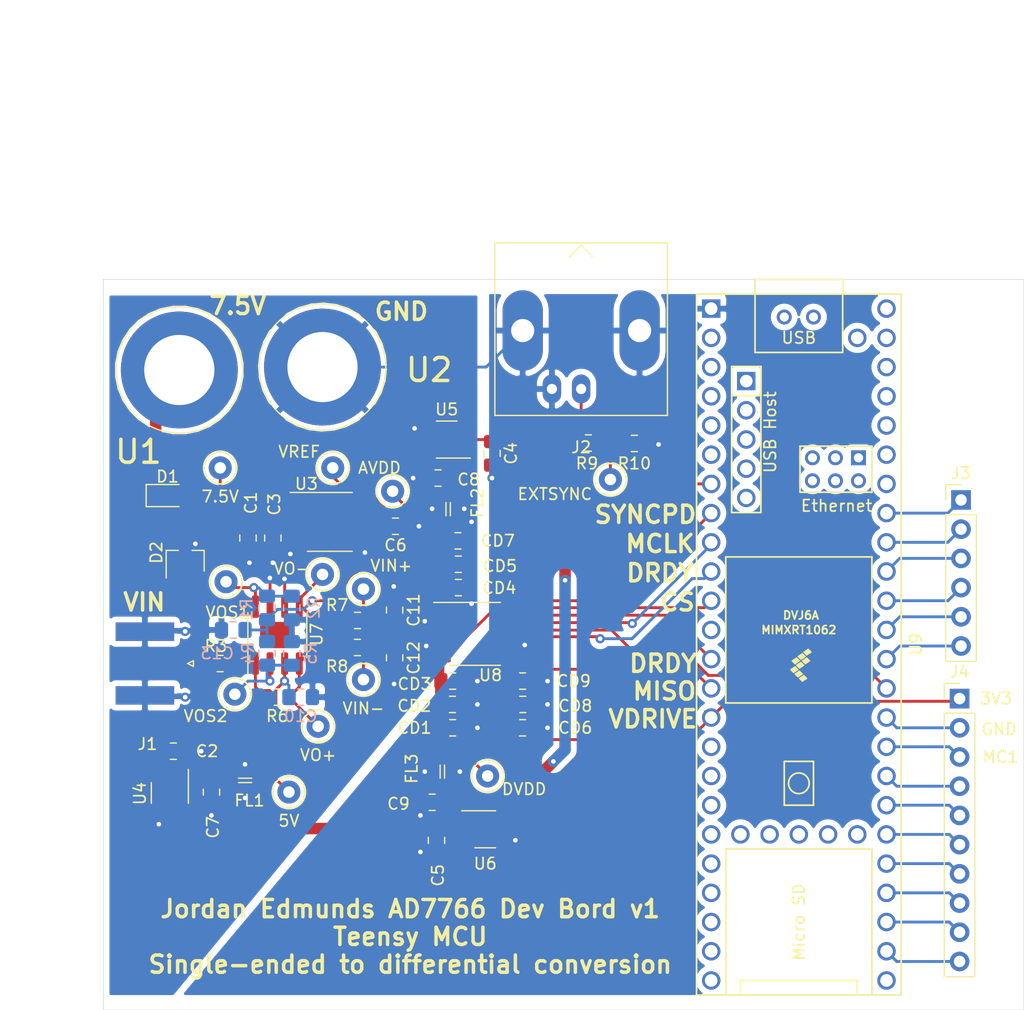
<source format=kicad_pcb>
(kicad_pcb (version 20171130) (host pcbnew "(5.1.6-0-10_14)")
  (layers (0 F.Cu signal) (31 B.Cu signal hide) (34 B.Paste user hide) (35 F.Paste user hide) (36 B.SilkS user) (37 F.SilkS user) (38 B.Mask user hide) (39 F.Mask user hide) (44 Edge.Cuts user))
  (net 0 "")
  (net 1 GND)
  (net 2 +7.5V)
  (net 3 /VREF)
  (net 4 "Net-(C7-Pad1)")
  (net 5 /AVDD_D)
  (net 6 /DVDD_D)
  (net 7 +5V)
  (net 8 /VIN+)
  (net 9 /VIN-)
  (net 10 /DVDD)
  (net 11 /AVDD)
  (net 12 /VDRIVE)
  (net 13 "Net-(D1-Pad1)")
  (net 14 /VIN)
  (net 15 /VOS1)
  (net 16 "Net-(R3-Pad1)")
  (net 17 /VOS2)
  (net 18 /VO+)
  (net 19 /VO-)
  (net 20 "Net-(U3-Pad8)")
  (net 21 "Net-(U3-Pad7)")
  (net 22 "Net-(U3-Pad3)")
  (net 23 "Net-(U3-Pad1)")
  (net 24 "Net-(U4-Pad5)")
  (net 25 "Net-(U4-Pad3)")
  (net 26 "Net-(U5-Pad5)")
  (net 27 "Net-(U5-Pad3)")
  (net 28 "Net-(U6-Pad5)")
  (net 29 "Net-(U6-Pad3)")
  (net 30 /CS)
  (net 31 /MOSI)
  (net 32 /MCLK)
  (net 33 /SCK)
  (net 34 /DRDY)
  (net 35 /MISO)
  (net 36 /SYNCPD)
  (net 37 "Net-(U9-Pad67)")
  (net 38 "Net-(U9-Pad66)")
  (net 39 "Net-(U9-Pad54)")
  (net 40 "Net-(U9-Pad53)")
  (net 41 "Net-(U9-Pad52)")
  (net 42 "Net-(U9-Pad51)")
  (net 43 "Net-(U9-Pad50)")
  (net 44 "Net-(U9-Pad62)")
  (net 45 "Net-(U9-Pad63)")
  (net 46 "Net-(U9-Pad64)")
  (net 47 "Net-(U9-Pad61)")
  (net 48 "Net-(U9-Pad65)")
  (net 49 "Net-(U9-Pad60)")
  (net 50 "Net-(U9-Pad17)")
  (net 51 "Net-(U9-Pad18)")
  (net 52 "Net-(U9-Pad19)")
  (net 53 "Net-(U9-Pad20)")
  (net 54 "Net-(U9-Pad21)")
  (net 55 "Net-(U9-Pad22)")
  (net 56 "Net-(U9-Pad23)")
  (net 57 "Net-(U9-Pad24)")
  (net 58 "Net-(U9-Pad25)")
  (net 59 "Net-(U9-Pad12)")
  (net 60 "Net-(U9-Pad6)")
  (net 61 "Net-(U9-Pad5)")
  (net 62 "Net-(U9-Pad4)")
  (net 63 "Net-(U9-Pad3)")
  (net 64 "Net-(U9-Pad2)")
  (net 65 "Net-(U9-Pad46)")
  (net 66 "Net-(U9-Pad47)")
  (net 67 "Net-(U9-Pad48)")
  (net 68 "Net-(U9-Pad55)")
  (net 69 "Net-(U9-Pad56)")
  (net 70 "Net-(U9-Pad57)")
  (net 71 "Net-(U9-Pad58)")
  (net 72 "Net-(U9-Pad59)")
  (net 73 "Net-(U9-Pad49)")
  (net 74 "Net-(J2-Pad1)")
  (net 75 /EXT6)
  (net 76 /EXT5)
  (net 77 /EXT4)
  (net 78 /EXT3)
  (net 79 /EXT2)
  (net 80 /EXT1)
  (net 81 /MC8)
  (net 82 /MC7)
  (net 83 /MC6)
  (net 84 /MC5)
  (net 85 /MC4)
  (net 86 /MC3)
  (net 87 /MC2)
  (net 88 /MC1)
  (net 89 "Net-(J4-Pad2)")
  (net 90 "Net-(U9-Pad16)")
  (net 91 "Net-(U9-Pad45)")
  (net 92 "Net-(U9-Pad43)")
  (net 93 "Net-(U9-Pad44)")
  (net 94 /EXTSYNC)
  (net 95 "Net-(U9-Pad42)")
  (module Capacitor_SMD:C_0805_2012Metric_Pad1.15x1.40mm_HandSolder (layer B.Cu) (at -9.026 -1.27 180)
    (fp_text reference C13 (at 1.397 -2.032) (layer B.SilkS) (effects (justify mirror)))
    (fp_text value 10uF)
    (pad 2 smd roundrect (at 1.025 0 180) (size 1.15 1.4) (layers B.Cu B.Paste B.Mask) (roundrect_rratio 0.217391) (net 1 GND))
    (pad 1 smd roundrect (at -1.025 0 180) (size 1.15 1.4) (layers B.Cu B.Paste B.Mask) (roundrect_rratio 0.217391) (net 3 /VREF))
  )
  (module Package_TO_SOT_SMD:SC-59_Handsoldering (layer F.Cu) (at -13.208 -7.24 90)
    (fp_text reference D2 (at 0.762 -2.5 90) (layer F.SilkS))
    (fp_text value PESDxL2BT)
    (pad 3 smd rect (at 1.65 0 90) (size 1.8 0.8) (layers F.Cu F.Paste F.Mask) (net 1 GND))
    (pad 2 smd rect (at -1.65 0.95 90) (size 1.8 0.8) (layers F.Cu F.Paste F.Mask) (net 14 /VIN))
    (pad 1 smd rect (at -1.65 -0.95 90) (size 1.8 0.8) (layers F.Cu F.Paste F.Mask) (net 2 +7.5V))
  )
  (module my_library_foot:TestPoint_Keystone_5000-5004_Miniature (layer F.Cu) (at 2.286 3.048)
    (fp_text reference TP19)
    (fp_text value VIN- (at 0 2.5) (layer F.SilkS))
    (pad 1 thru_hole circle (at 0 0) (size 2 2) (drill 1) (layers *.Cu *.Mask) (net 9 /VIN-))
  )
  (module my_library_foot:TestPoint_Keystone_5000-5004_Miniature (layer F.Cu) (at 2.286 -4.826)
    (fp_text reference TP18)
    (fp_text value VIN+ (at 2.413 -2.032) (layer F.SilkS))
    (pad 1 thru_hole circle (at 0 0) (size 2 2) (drill 1) (layers *.Cu *.Mask) (net 8 /VIN+))
  )
  (module my_library_foot:TestPoint_Keystone_5000-5004_Miniature (layer F.Cu) (at -1.651 7.112)
    (fp_text reference TP14)
    (fp_text value VO+ (at 0 2.5) (layer F.SilkS))
    (pad 1 thru_hole circle (at 0 0) (size 2 2) (drill 1) (layers *.Cu *.Mask) (net 18 /VO+))
  )
  (module my_library_foot:TestPoint_Keystone_5000-5004_Miniature (layer F.Cu) (at -1.27 -6.096)
    (fp_text reference TP12)
    (fp_text value VO- (at -2.667 -0.508) (layer F.SilkS))
    (pad 1 thru_hole circle (at 0 0) (size 2 2) (drill 1) (layers *.Cu *.Mask) (net 19 /VO-))
  )
  (module my_library_foot:TestPoint_Keystone_5000-5004_Miniature (layer F.Cu) (at 23.749 -14.351)
    (fp_text reference TP8)
    (fp_text value EXTSYNC (at -4.826 1.27) (layer F.SilkS))
    (pad 1 thru_hole circle (at 0 0) (size 2 2) (drill 1) (layers *.Cu *.Mask) (net 94 /EXTSYNC))
  )
  (module my_library_foot:TestPoint_Keystone_5000-5004_Miniature (layer F.Cu) (at 13.081 11.43)
    (fp_text reference TP7)
    (fp_text value DVDD (at 3.175 1.143) (layer F.SilkS))
    (pad 1 thru_hole circle (at 0 0) (size 2 2) (drill 1) (layers *.Cu *.Mask) (net 10 /DVDD))
  )
  (module my_library_foot:TestPoint_Keystone_5000-5004_Miniature (layer F.Cu) (at 4.826 -13.335)
    (fp_text reference TP6)
    (fp_text value AVDD (at -1.143 -2.032) (layer F.SilkS))
    (pad 1 thru_hole circle (at 0 0) (size 2 2) (drill 1) (layers *.Cu *.Mask) (net 11 /AVDD))
  )
  (module my_library_foot:TestPoint_Keystone_5000-5004_Miniature (layer F.Cu) (at -8.89 4.318)
    (fp_text reference TP5)
    (fp_text value VOS2 (at -2.54 1.905) (layer F.SilkS))
    (pad 1 thru_hole circle (at 0 0) (size 2 2) (drill 1) (layers *.Cu *.Mask) (net 17 /VOS2))
  )
  (module my_library_foot:TestPoint_Keystone_5000-5004_Miniature (layer F.Cu) (at -4.191 12.827)
    (fp_text reference TP4)
    (fp_text value 5V (at 0 2.5) (layer F.SilkS))
    (pad 1 thru_hole circle (at 0 0) (size 2 2) (drill 1) (layers *.Cu *.Mask) (net 7 +5V))
  )
  (module my_library_foot:TestPoint_Keystone_5000-5004_Miniature (layer F.Cu) (at -9.652 -5.461)
    (fp_text reference TP3)
    (fp_text value VOS1 (at 0.127 2.667) (layer F.SilkS))
    (pad 1 thru_hole circle (at 0 0) (size 2 2) (drill 1) (layers *.Cu *.Mask) (net 15 /VOS1))
  )
  (module my_library_foot:TestPoint_Keystone_5000-5004_Miniature (layer F.Cu) (at -0.381 -15.367)
    (fp_text reference TP2)
    (fp_text value VREF (at -2.921 -1.397) (layer F.SilkS))
    (pad 1 thru_hole circle (at 0 0) (size 2 2) (drill 1) (layers *.Cu *.Mask) (net 3 /VREF))
  )
  (module my_library_foot:TestPoint_Keystone_5000-5004_Miniature (layer F.Cu) (at -10.16 -15.367)
    (fp_text reference TP1)
    (fp_text value 7.5V (at 0 2.5) (layer F.SilkS))
    (pad 1 thru_hole circle (at 0 0) (size 2 2) (drill 1) (layers *.Cu *.Mask) (net 2 +7.5V))
  )
  (module Resistor_SMD:R_0805_2012Metric_Pad1.15x1.40mm_HandSolder (layer F.Cu) (at 25.833 -17.487)
    (fp_text reference R10 (at 0 1.739) (layer F.SilkS))
    (fp_text value 230R)
    (pad 2 smd roundrect (at 1.025 0) (size 1.15 1.4) (layers F.Cu F.Paste F.Mask) (roundrect_rratio 0.217391) (net 1 GND))
    (pad 1 smd roundrect (at -1.025 0) (size 1.15 1.4) (layers F.Cu F.Paste F.Mask) (roundrect_rratio 0.217391) (net 94 /EXTSYNC))
  )
  (module Resistor_SMD:R_0805_2012Metric_Pad1.15x1.40mm_HandSolder (layer F.Cu) (at 21.835 -17.526)
    (fp_text reference R9 (at -0.118 1.778) (layer F.SilkS))
    (fp_text value 120R)
    (pad 2 smd roundrect (at 1.025 0) (size 1.15 1.4) (layers F.Cu F.Paste F.Mask) (roundrect_rratio 0.217391) (net 94 /EXTSYNC))
    (pad 1 smd roundrect (at -1.025 0) (size 1.15 1.4) (layers F.Cu F.Paste F.Mask) (roundrect_rratio 0.217391) (net 74 "Net-(J2-Pad1)"))
  )
  (module Connector_PinHeader_2.54mm:PinHeader_1x10_P2.54mm_Vertical (layer F.Cu) (at 54.102 4.699)
    (fp_text reference J4 (at 0 -2.33) (layer F.SilkS))
    (fp_text value Conn_01x10_Male)
    (pad 10 thru_hole oval (at 0 22.86) (size 1.7 1.7) (drill 1) (layers *.Cu *.Mask) (net 81 /MC8))
    (pad 9 thru_hole oval (at 0 20.32) (size 1.7 1.7) (drill 1) (layers *.Cu *.Mask) (net 82 /MC7))
    (pad 8 thru_hole oval (at 0 17.78) (size 1.7 1.7) (drill 1) (layers *.Cu *.Mask) (net 83 /MC6))
    (pad 7 thru_hole oval (at 0 15.24) (size 1.7 1.7) (drill 1) (layers *.Cu *.Mask) (net 84 /MC5))
    (pad 6 thru_hole oval (at 0 12.7) (size 1.7 1.7) (drill 1) (layers *.Cu *.Mask) (net 85 /MC4))
    (pad 5 thru_hole oval (at 0 10.16) (size 1.7 1.7) (drill 1) (layers *.Cu *.Mask) (net 86 /MC3))
    (pad 4 thru_hole oval (at 0 7.62) (size 1.7 1.7) (drill 1) (layers *.Cu *.Mask) (net 87 /MC2))
    (pad 3 thru_hole oval (at 0 5.08) (size 1.7 1.7) (drill 1) (layers *.Cu *.Mask) (net 88 /MC1))
    (pad 2 thru_hole oval (at 0 2.54) (size 1.7 1.7) (drill 1) (layers *.Cu *.Mask) (net 89 "Net-(J4-Pad2)"))
    (pad 1 thru_hole rect (at 0 0) (size 1.7 1.7) (drill 1) (layers *.Cu *.Mask) (net 12 /VDRIVE))
  )
  (module Connector_PinHeader_2.54mm:PinHeader_1x06_P2.54mm_Vertical (layer F.Cu) (at 54.229 -12.573)
    (fp_text reference J3 (at 0 -2.33) (layer F.SilkS))
    (fp_text value Conn_01x06_Male)
    (pad 6 thru_hole oval (at 0 12.7) (size 1.7 1.7) (drill 1) (layers *.Cu *.Mask) (net 75 /EXT6))
    (pad 5 thru_hole oval (at 0 10.16) (size 1.7 1.7) (drill 1) (layers *.Cu *.Mask) (net 76 /EXT5))
    (pad 4 thru_hole oval (at 0 7.62) (size 1.7 1.7) (drill 1) (layers *.Cu *.Mask) (net 77 /EXT4))
    (pad 3 thru_hole oval (at 0 5.08) (size 1.7 1.7) (drill 1) (layers *.Cu *.Mask) (net 78 /EXT3))
    (pad 2 thru_hole oval (at 0 2.54) (size 1.7 1.7) (drill 1) (layers *.Cu *.Mask) (net 79 /EXT2))
    (pad 1 thru_hole rect (at 0 0) (size 1.7 1.7) (drill 1) (layers *.Cu *.Mask) (net 80 /EXT1))
  )
  (module teensy:Teensy41 (layer F.Cu) (at 40.132 0 270)
    (fp_text reference U9 (at 0 -10.16 90) (layer F.SilkS))
    (fp_text value Teensy4.1)
    (fp_text user "USB Host" (at -18.4658 2.4892 90) (layer F.SilkS))
    (fp_text user Ethernet (at -12.065 -3.2766) (layer F.SilkS))
    (fp_text user USB (at -26.67 0 180) (layer F.SilkS))
    (fp_text user "Micro SD" (at 24.13 0 90) (layer F.SilkS))
    (fp_text user MIMXRT1062 (at -1.27 0 180) (layer F.SilkS) (effects (font (size 0.7 0.7))))
    (fp_text user DVJ6A (at -2.54 -0.18 180) (layer F.SilkS) (effects (font (size 0.7 0.7))))
    (pad 67 thru_hole circle (at -28.48 -1.27 270) (size 1.3 1.3) (drill 0.8) (layers *.Cu *.Mask) (net 37 "Net-(U9-Pad67)"))
    (pad 66 thru_hole circle (at -28.48 1.27 270) (size 1.3 1.3) (drill 0.8) (layers *.Cu *.Mask) (net 38 "Net-(U9-Pad66)"))
    (pad 54 thru_hole circle (at 16.51 -5.08 270) (size 1.6 1.6) (drill 1.1) (layers *.Cu *.Mask) (net 39 "Net-(U9-Pad54)"))
    (pad 53 thru_hole circle (at 16.51 -2.54 270) (size 1.6 1.6) (drill 1.1) (layers *.Cu *.Mask) (net 40 "Net-(U9-Pad53)"))
    (pad 52 thru_hole circle (at 16.51 0 270) (size 1.6 1.6) (drill 1.1) (layers *.Cu *.Mask) (net 41 "Net-(U9-Pad52)"))
    (pad 51 thru_hole circle (at 16.51 2.54 270) (size 1.6 1.6) (drill 1.1) (layers *.Cu *.Mask) (net 42 "Net-(U9-Pad51)"))
    (pad 50 thru_hole circle (at 16.51 5.08 270) (size 1.6 1.6) (drill 1.1) (layers *.Cu *.Mask) (net 43 "Net-(U9-Pad50)"))
    (pad 62 thru_hole circle (at -16.24 -1.1816 270) (size 1.3 1.3) (drill 0.8) (layers *.Cu *.Mask) (net 44 "Net-(U9-Pad62)"))
    (pad 63 thru_hole circle (at -14.24 -1.1816 270) (size 1.3 1.3) (drill 0.8) (layers *.Cu *.Mask) (net 45 "Net-(U9-Pad63)"))
    (pad 64 thru_hole circle (at -14.24 -3.1816 270) (size 1.3 1.3) (drill 0.8) (layers *.Cu *.Mask) (net 46 "Net-(U9-Pad64)"))
    (pad 61 thru_hole circle (at -16.24 -3.1816 270) (size 1.3 1.3) (drill 0.8) (layers *.Cu *.Mask) (net 47 "Net-(U9-Pad61)"))
    (pad 65 thru_hole circle (at -14.24 -5.1816 270) (size 1.3 1.3) (drill 0.8) (layers *.Cu *.Mask) (net 48 "Net-(U9-Pad65)"))
    (pad 60 thru_hole rect (at -16.24 -5.1816 270) (size 1.3 1.3) (drill 0.8) (layers *.Cu *.Mask) (net 49 "Net-(U9-Pad60)"))
    (pad 17 thru_hole circle (at 11.43 7.62 270) (size 1.6 1.6) (drill 1.1) (layers *.Cu *.Mask) (net 50 "Net-(U9-Pad17)"))
    (pad 18 thru_hole circle (at 13.97 7.62 270) (size 1.6 1.6) (drill 1.1) (layers *.Cu *.Mask) (net 51 "Net-(U9-Pad18)"))
    (pad 19 thru_hole circle (at 16.51 7.62 270) (size 1.6 1.6) (drill 1.1) (layers *.Cu *.Mask) (net 52 "Net-(U9-Pad19)"))
    (pad 20 thru_hole circle (at 19.05 7.62 270) (size 1.6 1.6) (drill 1.1) (layers *.Cu *.Mask) (net 53 "Net-(U9-Pad20)"))
    (pad 16 thru_hole circle (at 8.89 7.62 270) (size 1.6 1.6) (drill 1.1) (layers *.Cu *.Mask) (net 90 "Net-(U9-Pad16)"))
    (pad 15 thru_hole circle (at 6.35 7.62 270) (size 1.6 1.6) (drill 1.1) (layers *.Cu *.Mask) (net 12 /VDRIVE))
    (pad 14 thru_hole circle (at 3.81 7.62 270) (size 1.6 1.6) (drill 1.1) (layers *.Cu *.Mask) (net 35 /MISO))
    (pad 21 thru_hole circle (at 21.59 7.62 270) (size 1.6 1.6) (drill 1.1) (layers *.Cu *.Mask) (net 54 "Net-(U9-Pad21)"))
    (pad 22 thru_hole circle (at 24.13 7.62 270) (size 1.6 1.6) (drill 1.1) (layers *.Cu *.Mask) (net 55 "Net-(U9-Pad22)"))
    (pad 23 thru_hole circle (at 26.67 7.62 270) (size 1.6 1.6) (drill 1.1) (layers *.Cu *.Mask) (net 56 "Net-(U9-Pad23)"))
    (pad 24 thru_hole circle (at 29.21 7.62 270) (size 1.6 1.6) (drill 1.1) (layers *.Cu *.Mask) (net 57 "Net-(U9-Pad24)"))
    (pad 25 thru_hole circle (at 29.21 -7.62 270) (size 1.6 1.6) (drill 1.1) (layers *.Cu *.Mask) (net 58 "Net-(U9-Pad25)"))
    (pad 26 thru_hole circle (at 26.67 -7.62 270) (size 1.6 1.6) (drill 1.1) (layers *.Cu *.Mask) (net 81 /MC8))
    (pad 27 thru_hole circle (at 24.13 -7.62 270) (size 1.6 1.6) (drill 1.1) (layers *.Cu *.Mask) (net 82 /MC7))
    (pad 28 thru_hole circle (at 21.59 -7.62 270) (size 1.6 1.6) (drill 1.1) (layers *.Cu *.Mask) (net 83 /MC6))
    (pad 29 thru_hole circle (at 19.05 -7.62 270) (size 1.6 1.6) (drill 1.1) (layers *.Cu *.Mask) (net 84 /MC5))
    (pad 30 thru_hole circle (at 16.51 -7.62 270) (size 1.6 1.6) (drill 1.1) (layers *.Cu *.Mask) (net 85 /MC4))
    (pad 31 thru_hole circle (at 13.97 -7.62 270) (size 1.6 1.6) (drill 1.1) (layers *.Cu *.Mask) (net 86 /MC3))
    (pad 32 thru_hole circle (at 11.43 -7.62 270) (size 1.6 1.6) (drill 1.1) (layers *.Cu *.Mask) (net 87 /MC2))
    (pad 33 thru_hole circle (at 8.89 -7.62 270) (size 1.6 1.6) (drill 1.1) (layers *.Cu *.Mask) (net 88 /MC1))
    (pad 34 thru_hole circle (at 6.35 -7.62 270) (size 1.6 1.6) (drill 1.1) (layers *.Cu *.Mask) (net 89 "Net-(J4-Pad2)"))
    (pad 13 thru_hole circle (at 1.27 7.62 270) (size 1.6 1.6) (drill 1.1) (layers *.Cu *.Mask) (net 31 /MOSI))
    (pad 12 thru_hole circle (at -1.27 7.62 270) (size 1.6 1.6) (drill 1.1) (layers *.Cu *.Mask) (net 59 "Net-(U9-Pad12)"))
    (pad 11 thru_hole circle (at -3.81 7.62 270) (size 1.6 1.6) (drill 1.1) (layers *.Cu *.Mask) (net 30 /CS))
    (pad 10 thru_hole circle (at -6.35 7.62 270) (size 1.6 1.6) (drill 1.1) (layers *.Cu *.Mask) (net 34 /DRDY))
    (pad 9 thru_hole circle (at -8.89 7.62 270) (size 1.6 1.6) (drill 1.1) (layers *.Cu *.Mask) (net 32 /MCLK))
    (pad 8 thru_hole circle (at -11.43 7.62 270) (size 1.6 1.6) (drill 1.1) (layers *.Cu *.Mask) (net 36 /SYNCPD))
    (pad 7 thru_hole circle (at -13.97 7.62 270) (size 1.6 1.6) (drill 1.1) (layers *.Cu *.Mask) (net 94 /EXTSYNC))
    (pad 6 thru_hole circle (at -16.51 7.62 270) (size 1.6 1.6) (drill 1.1) (layers *.Cu *.Mask) (net 60 "Net-(U9-Pad6)"))
    (pad 5 thru_hole circle (at -19.05 7.62 270) (size 1.6 1.6) (drill 1.1) (layers *.Cu *.Mask) (net 61 "Net-(U9-Pad5)"))
    (pad 4 thru_hole circle (at -21.59 7.62 270) (size 1.6 1.6) (drill 1.1) (layers *.Cu *.Mask) (net 62 "Net-(U9-Pad4)"))
    (pad 3 thru_hole circle (at -24.13 7.62 270) (size 1.6 1.6) (drill 1.1) (layers *.Cu *.Mask) (net 63 "Net-(U9-Pad3)"))
    (pad 2 thru_hole circle (at -26.67 7.62 270) (size 1.6 1.6) (drill 1.1) (layers *.Cu *.Mask) (net 64 "Net-(U9-Pad2)"))
    (pad 1 thru_hole rect (at -29.21 7.62 270) (size 1.6 1.6) (drill 1.1) (layers *.Cu *.Mask) (net 1 GND))
    (pad 35 thru_hole circle (at 3.81 -7.62 270) (size 1.6 1.6) (drill 1.1) (layers *.Cu *.Mask) (net 33 /SCK))
    (pad 36 thru_hole circle (at 1.27 -7.62 270) (size 1.6 1.6) (drill 1.1) (layers *.Cu *.Mask) (net 75 /EXT6))
    (pad 37 thru_hole circle (at -1.27 -7.62 270) (size 1.6 1.6) (drill 1.1) (layers *.Cu *.Mask) (net 76 /EXT5))
    (pad 38 thru_hole circle (at -3.81 -7.62 270) (size 1.6 1.6) (drill 1.1) (layers *.Cu *.Mask) (net 77 /EXT4))
    (pad 39 thru_hole circle (at -6.35 -7.62 270) (size 1.6 1.6) (drill 1.1) (layers *.Cu *.Mask) (net 78 /EXT3))
    (pad 40 thru_hole circle (at -8.89 -7.62 270) (size 1.6 1.6) (drill 1.1) (layers *.Cu *.Mask) (net 79 /EXT2))
    (pad 41 thru_hole circle (at -11.43 -7.62 270) (size 1.6 1.6) (drill 1.1) (layers *.Cu *.Mask) (net 80 /EXT1))
    (pad 42 thru_hole circle (at -13.97 -7.62 270) (size 1.6 1.6) (drill 1.1) (layers *.Cu *.Mask) (net 95 "Net-(U9-Pad42)"))
    (pad 43 thru_hole circle (at -16.51 -7.62 270) (size 1.6 1.6) (drill 1.1) (layers *.Cu *.Mask) (net 92 "Net-(U9-Pad43)"))
    (pad 44 thru_hole circle (at -19.05 -7.62 270) (size 1.6 1.6) (drill 1.1) (layers *.Cu *.Mask) (net 93 "Net-(U9-Pad44)"))
    (pad 45 thru_hole circle (at -21.59 -7.62 270) (size 1.6 1.6) (drill 1.1) (layers *.Cu *.Mask) (net 91 "Net-(U9-Pad45)"))
    (pad 46 thru_hole circle (at -24.13 -7.62 270) (size 1.6 1.6) (drill 1.1) (layers *.Cu *.Mask) (net 65 "Net-(U9-Pad46)"))
    (pad 47 thru_hole circle (at -26.67 -7.62 270) (size 1.6 1.6) (drill 1.1) (layers *.Cu *.Mask) (net 66 "Net-(U9-Pad47)"))
    (pad 48 thru_hole circle (at -29.21 -7.62 270) (size 1.6 1.6) (drill 1.1) (layers *.Cu *.Mask) (net 67 "Net-(U9-Pad48)"))
    (pad 55 thru_hole rect (at -22.9108 4.5692 270) (size 1.6 1.6) (drill 1.1) (layers *.Cu *.Mask) (net 68 "Net-(U9-Pad55)"))
    (pad 56 thru_hole circle (at -20.3708 4.5692 270) (size 1.6 1.6) (drill 1.1) (layers *.Cu *.Mask) (net 69 "Net-(U9-Pad56)"))
    (pad 57 thru_hole circle (at -17.8308 4.5692 270) (size 1.6 1.6) (drill 1.1) (layers *.Cu *.Mask) (net 70 "Net-(U9-Pad57)"))
    (pad 58 thru_hole circle (at -15.2908 4.5692 270) (size 1.6 1.6) (drill 1.1) (layers *.Cu *.Mask) (net 71 "Net-(U9-Pad58)"))
    (pad 59 thru_hole circle (at -12.7508 4.5692 270) (size 1.6 1.6) (drill 1.1) (layers *.Cu *.Mask) (net 72 "Net-(U9-Pad59)"))
    (pad 49 thru_hole circle (at -26.67 -5.08 270) (size 1.6 1.6) (drill 1.1) (layers *.Cu *.Mask) (net 73 "Net-(U9-Pad49)"))
  )
  (module Package_SO:TSSOP-16_4.4x5mm_P0.65mm (layer F.Cu) (at 11.9965 -0.93)
    (fp_text reference U8 (at 1.3385 3.597) (layer F.SilkS))
    (fp_text value AD7766)
    (pad 16 smd roundrect (at 2.8625 -2.275) (size 1.475 0.4) (layers F.Cu F.Paste F.Mask) (net 30 /CS))
    (pad 15 smd roundrect (at 2.8625 -1.625) (size 1.475 0.4) (layers F.Cu F.Paste F.Mask) (net 31 /MOSI))
    (pad 14 smd roundrect (at 2.8625 -0.975) (size 1.475 0.4) (layers F.Cu F.Paste F.Mask) (net 32 /MCLK))
    (pad 13 smd roundrect (at 2.8625 -0.325) (size 1.475 0.4) (layers F.Cu F.Paste F.Mask) (net 33 /SCK))
    (pad 12 smd roundrect (at 2.8625 0.325) (size 1.475 0.4) (layers F.Cu F.Paste F.Mask) (net 34 /DRDY))
    (pad 11 smd roundrect (at 2.8625 0.975) (size 1.475 0.4) (layers F.Cu F.Paste F.Mask) (net 1 GND))
    (pad 10 smd roundrect (at 2.8625 1.625) (size 1.475 0.4) (layers F.Cu F.Paste F.Mask) (net 35 /MISO))
    (pad 9 smd roundrect (at 2.8625 2.275) (size 1.475 0.4) (layers F.Cu F.Paste F.Mask) (net 12 /VDRIVE))
    (pad 8 smd roundrect (at -2.8625 2.275) (size 1.475 0.4) (layers F.Cu F.Paste F.Mask) (net 10 /DVDD))
    (pad 7 smd roundrect (at -2.8625 1.625) (size 1.475 0.4) (layers F.Cu F.Paste F.Mask) (net 36 /SYNCPD))
    (pad 6 smd roundrect (at -2.8625 0.975) (size 1.475 0.4) (layers F.Cu F.Paste F.Mask) (net 1 GND))
    (pad 5 smd roundrect (at -2.8625 0.325) (size 1.475 0.4) (layers F.Cu F.Paste F.Mask) (net 9 /VIN-))
    (pad 4 smd roundrect (at -2.8625 -0.325) (size 1.475 0.4) (layers F.Cu F.Paste F.Mask) (net 8 /VIN+))
    (pad 3 smd roundrect (at -2.8625 -0.975) (size 1.475 0.4) (layers F.Cu F.Paste F.Mask) (net 1 GND))
    (pad 2 smd roundrect (at -2.8625 -1.625) (size 1.475 0.4) (layers F.Cu F.Paste F.Mask) (net 3 /VREF))
    (pad 1 smd roundrect (at -2.8625 -2.275) (size 1.475 0.4) (layers F.Cu F.Paste F.Mask) (net 11 /AVDD))
  )
  (module Package_SO:SOIC-8-1EP_3.9x4.9mm_P1.27mm_EP2.29x3mm (layer F.Cu) (at -5.195 -0.8255 90)
    (fp_text reference U7 (at 0.0635 3.417 90) (layer F.SilkS))
    (fp_text value ADA4941-1)
    (pad 9 smd rect (at 0 0 90) (size 2.29 3) (layers F.Cu F.Mask))
    (pad 8 smd roundrect (at 2.475 -1.905 90) (size 1.95 0.6) (layers F.Cu F.Paste F.Mask) (net 15 /VOS1))
    (pad 7 smd roundrect (at 2.475 -0.635 90) (size 1.95 0.6) (layers F.Cu F.Paste F.Mask) (net 1 GND))
    (pad 6 smd roundrect (at 2.475 0.635 90) (size 1.95 0.6) (layers F.Cu F.Paste F.Mask) (net 1 GND))
    (pad 5 smd roundrect (at 2.475 1.905 90) (size 1.95 0.6) (layers F.Cu F.Paste F.Mask) (net 19 /VO-))
    (pad 4 smd roundrect (at -2.475 1.905 90) (size 1.95 0.6) (layers F.Cu F.Paste F.Mask) (net 18 /VO+))
    (pad 3 smd roundrect (at -2.475 0.635 90) (size 1.95 0.6) (layers F.Cu F.Paste F.Mask) (net 7 +5V))
    (pad 2 smd roundrect (at -2.475 -0.635 90) (size 1.95 0.6) (layers F.Cu F.Paste F.Mask) (net 17 /VOS2))
    (pad 1 smd roundrect (at -2.475 -1.905 90) (size 1.95 0.6) (layers F.Cu F.Paste F.Mask) (net 16 "Net-(R3-Pad1)"))
  )
  (module Package_TO_SOT_SMD:SOT-23-6_Handsoldering (layer F.Cu) (at 12.874 16.063)
    (fp_text reference U6 (at 0 2.987) (layer F.SilkS))
    (fp_text value ADP3330-2.5)
    (pad 5 smd rect (at 1.35 0) (size 1.56 0.65) (layers F.Cu F.Paste F.Mask) (net 28 "Net-(U6-Pad5)"))
    (pad 6 smd rect (at 1.35 -0.95) (size 1.56 0.65) (layers F.Cu F.Paste F.Mask) (net 2 +7.5V))
    (pad 4 smd rect (at 1.35 0.95) (size 1.56 0.65) (layers F.Cu F.Paste F.Mask) (net 1 GND))
    (pad 3 smd rect (at -1.35 0.95) (size 1.56 0.65) (layers F.Cu F.Paste F.Mask) (net 29 "Net-(U6-Pad3)"))
    (pad 2 smd rect (at -1.35 0) (size 1.56 0.65) (layers F.Cu F.Paste F.Mask) (net 2 +7.5V))
    (pad 1 smd rect (at -1.35 -0.95) (size 1.56 0.65) (layers F.Cu F.Paste F.Mask) (net 6 /DVDD_D))
  )
  (module Package_TO_SOT_SMD:SOT-23-6_Handsoldering (layer F.Cu) (at 9.525 -17.827 180)
    (fp_text reference U5 (at 0 2.62) (layer F.SilkS))
    (fp_text value ADP3330-2.5)
    (pad 5 smd rect (at 1.35 0 180) (size 1.56 0.65) (layers F.Cu F.Paste F.Mask) (net 26 "Net-(U5-Pad5)"))
    (pad 6 smd rect (at 1.35 -0.95 180) (size 1.56 0.65) (layers F.Cu F.Paste F.Mask) (net 2 +7.5V))
    (pad 4 smd rect (at 1.35 0.95 180) (size 1.56 0.65) (layers F.Cu F.Paste F.Mask) (net 1 GND))
    (pad 3 smd rect (at -1.35 0.95 180) (size 1.56 0.65) (layers F.Cu F.Paste F.Mask) (net 27 "Net-(U5-Pad3)"))
    (pad 2 smd rect (at -1.35 0 180) (size 1.56 0.65) (layers F.Cu F.Paste F.Mask) (net 2 +7.5V))
    (pad 1 smd rect (at -1.35 -0.95 180) (size 1.56 0.65) (layers F.Cu F.Paste F.Mask) (net 5 /AVDD_D))
  )
  (module Package_TO_SOT_SMD:SOT-23-6_Handsoldering (layer F.Cu) (at -14.539 12.907 270)
    (fp_text reference U4 (at 0.047 2.606 90) (layer F.SilkS))
    (fp_text value ADP3330-5)
    (pad 5 smd rect (at 1.35 0 270) (size 1.56 0.65) (layers F.Cu F.Paste F.Mask) (net 24 "Net-(U4-Pad5)"))
    (pad 6 smd rect (at 1.35 -0.95 270) (size 1.56 0.65) (layers F.Cu F.Paste F.Mask) (net 2 +7.5V))
    (pad 4 smd rect (at 1.35 0.95 270) (size 1.56 0.65) (layers F.Cu F.Paste F.Mask) (net 1 GND))
    (pad 3 smd rect (at -1.35 0.95 270) (size 1.56 0.65) (layers F.Cu F.Paste F.Mask) (net 25 "Net-(U4-Pad3)"))
    (pad 2 smd rect (at -1.35 0 270) (size 1.56 0.65) (layers F.Cu F.Paste F.Mask) (net 2 +7.5V))
    (pad 1 smd rect (at -1.35 -0.95 270) (size 1.56 0.65) (layers F.Cu F.Paste F.Mask) (net 4 "Net-(C7-Pad1)"))
  )
  (module Package_SO:SOIC-8-1EP_3.9x4.9mm_P1.27mm_EP2.29x3mm (layer F.Cu) (at -0.635 -10.668)
    (fp_text reference U3 (at -2.032 -3.302) (layer F.SilkS))
    (fp_text value ADR445)
    (pad 9 smd rect (at 0 0) (size 2.29 3) (layers F.Cu F.Mask))
    (pad 8 smd roundrect (at 2.475 -1.905) (size 1.95 0.6) (layers F.Cu F.Paste F.Mask) (net 20 "Net-(U3-Pad8)"))
    (pad 7 smd roundrect (at 2.475 -0.635) (size 1.95 0.6) (layers F.Cu F.Paste F.Mask) (net 21 "Net-(U3-Pad7)"))
    (pad 6 smd roundrect (at 2.475 0.635) (size 1.95 0.6) (layers F.Cu F.Paste F.Mask) (net 3 /VREF))
    (pad 5 smd roundrect (at 2.475 1.905) (size 1.95 0.6) (layers F.Cu F.Paste F.Mask) (net 1 GND))
    (pad 4 smd roundrect (at -2.475 1.905) (size 1.95 0.6) (layers F.Cu F.Paste F.Mask) (net 1 GND))
    (pad 3 smd roundrect (at -2.475 0.635) (size 1.95 0.6) (layers F.Cu F.Paste F.Mask) (net 22 "Net-(U3-Pad3)"))
    (pad 2 smd roundrect (at -2.475 -0.635) (size 1.95 0.6) (layers F.Cu F.Paste F.Mask) (net 2 +7.5V))
    (pad 1 smd roundrect (at -2.475 -1.905) (size 1.95 0.6) (layers F.Cu F.Paste F.Mask) (net 23 "Net-(U3-Pad1)"))
  )
  (module Connector:Banana_Jack_1Pin (layer F.Cu) (at -1.27 -24.13)
    (fp_text reference U2 (at 9.271 0.254) (layer F.SilkS) (effects (font (size 2 2) (thickness 0.3))))
    (fp_text value PWR_JACK_GND)
    (pad 1 thru_hole circle (at 0 0) (size 10.16 10.16) (drill 6.1) (layers *.Cu *.Mask) (net 1 GND))
  )
  (module Connector:Banana_Jack_1Pin (layer F.Cu) (at -13.716 -23.876)
    (fp_text reference U1 (at -3.556 7.112) (layer F.SilkS) (effects (font (size 2 2) (thickness 0.3))))
    (fp_text value PWR_JACK_POS)
    (pad 1 thru_hole circle (at 0 0) (size 10.16 10.16) (drill 6.1) (layers *.Cu *.Mask) (net 13 "Net-(D1-Pad1)"))
  )
  (module Resistor_SMD:R_0805_2012Metric_Pad1.15x1.40mm_HandSolder (layer F.Cu) (at 1.769 0.254 180)
    (fp_text reference R8 (at 1.769 -1.651) (layer F.SilkS))
    (fp_text value 15R)
    (pad 2 smd roundrect (at 1.025 0 180) (size 1.15 1.4) (layers F.Cu F.Paste F.Mask) (roundrect_rratio 0.217391) (net 18 /VO+))
    (pad 1 smd roundrect (at -1.025 0 180) (size 1.15 1.4) (layers F.Cu F.Paste F.Mask) (roundrect_rratio 0.217391) (net 9 /VIN-))
  )
  (module Resistor_SMD:R_0805_2012Metric_Pad1.15x1.40mm_HandSolder (layer F.Cu) (at 1.769 -2.0955 180)
    (fp_text reference R7 (at 1.769 1.3335) (layer F.SilkS))
    (fp_text value 15R)
    (pad 2 smd roundrect (at 1.025 0 180) (size 1.15 1.4) (layers F.Cu F.Paste F.Mask) (roundrect_rratio 0.217391) (net 19 /VO-))
    (pad 1 smd roundrect (at -1.025 0 180) (size 1.15 1.4) (layers F.Cu F.Paste F.Mask) (roundrect_rratio 0.217391) (net 8 /VIN+))
  )
  (module Resistor_SMD:R_0805_2012Metric_Pad1.15x1.40mm_HandSolder (layer F.Cu) (at -5.198 4.572 180)
    (fp_text reference R6 (at 0 -1.65) (layer F.SilkS))
    (fp_text value 1k)
    (pad 2 smd roundrect (at 1.025 0 180) (size 1.15 1.4) (layers F.Cu F.Paste F.Mask) (roundrect_rratio 0.217391) (net 16 "Net-(R3-Pad1)"))
    (pad 1 smd roundrect (at -1.025 0 180) (size 1.15 1.4) (layers F.Cu F.Paste F.Mask) (roundrect_rratio 0.217391) (net 18 /VO+))
  )
  (module Resistor_SMD:R_0805_2012Metric_Pad1.15x1.40mm_HandSolder (layer B.Cu) (at -3.937 0.771 90)
    (fp_text reference R5 (at 0 1.65 270) (layer B.SilkS) (effects (justify mirror)))
    (fp_text value 1k)
    (pad 2 smd roundrect (at 1.025 0 90) (size 1.15 1.4) (layers B.Cu B.Paste B.Mask) (roundrect_rratio 0.217391) (net 1 GND))
    (pad 1 smd roundrect (at -1.025 0 90) (size 1.15 1.4) (layers B.Cu B.Paste B.Mask) (roundrect_rratio 0.217391) (net 17 /VOS2))
  )
  (module Resistor_SMD:R_0805_2012Metric_Pad1.15x1.40mm_HandSolder (layer B.Cu) (at -6.087 0.762 270)
    (fp_text reference R4 (at 0 1.65 270) (layer B.SilkS) (effects (justify mirror)))
    (fp_text value 1k)
    (pad 2 smd roundrect (at 1.025 0 270) (size 1.15 1.4) (layers B.Cu B.Paste B.Mask) (roundrect_rratio 0.217391) (net 17 /VOS2))
    (pad 1 smd roundrect (at -1.025 0 270) (size 1.15 1.4) (layers B.Cu B.Paste B.Mask) (roundrect_rratio 0.217391) (net 3 /VREF))
  )
  (module Resistor_SMD:R_0805_2012Metric_Pad1.15x1.40mm_HandSolder (layer F.Cu) (at -10.169 1.651 180)
    (fp_text reference R3 (at 0.372 1.524) (layer F.SilkS))
    (fp_text value 1k)
    (pad 2 smd roundrect (at 1.025 0 180) (size 1.15 1.4) (layers F.Cu F.Paste F.Mask) (roundrect_rratio 0.217391) (net 14 /VIN))
    (pad 1 smd roundrect (at -1.025 0 180) (size 1.15 1.4) (layers F.Cu F.Paste F.Mask) (roundrect_rratio 0.217391) (net 16 "Net-(R3-Pad1)"))
  )
  (module Resistor_SMD:R_0805_2012Metric_Pad1.15x1.40mm_HandSolder (layer B.Cu) (at -3.937 -3.184 270)
    (fp_text reference R2 (at 0 -1.905 270) (layer B.SilkS) (effects (justify mirror)))
    (fp_text value 3k)
    (pad 2 smd roundrect (at 1.025 0 270) (size 1.15 1.4) (layers B.Cu B.Paste B.Mask) (roundrect_rratio 0.217391) (net 1 GND))
    (pad 1 smd roundrect (at -1.025 0 270) (size 1.15 1.4) (layers B.Cu B.Paste B.Mask) (roundrect_rratio 0.217391) (net 15 /VOS1))
  )
  (module Resistor_SMD:R_0805_2012Metric_Pad1.15x1.40mm_HandSolder (layer B.Cu) (at -6.096 -3.184 90)
    (fp_text reference R1 (at -0.136 -1.778 270) (layer B.SilkS) (effects (justify mirror)))
    (fp_text value 1k)
    (pad 2 smd roundrect (at 1.025 0 90) (size 1.15 1.4) (layers B.Cu B.Paste B.Mask) (roundrect_rratio 0.217391) (net 15 /VOS1))
    (pad 1 smd roundrect (at -1.025 0 90) (size 1.15 1.4) (layers B.Cu B.Paste B.Mask) (roundrect_rratio 0.217391) (net 3 /VREF))
  )
  (module my_library_foot:BNC_JACK_RA (layer F.Cu) (at 21.209 -17.653)
    (fp_text reference J2 (at 0 0.5) (layer F.SilkS))
    (fp_text value Conn_Coaxial)
    (pad 2 thru_hole oval (at 5.08 -9.652) (size 3.5 7) (drill 2.01) (layers *.Cu *.Mask) (net 1 GND))
    (pad 1 thru_hole oval (at 0 -4.572) (size 1.6 2.5) (drill 0.89) (layers *.Cu *.Mask) (net 74 "Net-(J2-Pad1)"))
    (pad 2 thru_hole oval (at -5.08 -9.652) (size 3.5 7) (drill 2.01) (layers *.Cu *.Mask) (net 1 GND))
    (pad 2 thru_hole oval (at -2.54 -4.572) (size 1.6 2.5) (drill 0.89) (layers *.Cu *.Mask) (net 1 GND))
  )
  (module my_library_foot:CON-SMA-EDGE-S (layer F.Cu) (at -14.986 1.651)
    (fp_text reference J1 (at -1.5 7) (layer F.SilkS))
    (fp_text value Conn_Coaxial)
    (pad 2 smd rect (at 1.27 2.856) (size 0.95 0.46) (layers B.Cu) (net 1 GND))
    (pad 2 smd rect (at 1.27 -2.856) (size 0.95 0.46) (layers B.Cu) (net 1 GND))
    (pad 2 smd rect (at 1.27 2.856) (size 0.95 0.46) (layers F.Cu) (net 1 GND))
    (pad 2 smd rect (at 1.27 -2.856) (size 0.95 0.46) (layers F.Cu) (net 1 GND))
    (pad 2 smd rect (at -1.72 2.77) (size 5.08 1.6) (layers B.Cu B.Paste B.Mask) (net 1 GND))
    (pad 2 smd rect (at -1.72 -2.77) (size 5.08 1.6) (layers B.Cu B.Paste B.Mask) (net 1 GND))
    (pad 2 smd rect (at -1.72 2.77) (size 5.08 1.6) (layers F.Cu F.Paste F.Mask) (net 1 GND))
    (pad 2 smd rect (at -1.72 -2.77) (size 5.08 1.6) (layers F.Cu F.Paste F.Mask) (net 1 GND))
    (pad 1 smd rect (at -1.72 0) (size 5.08 1.6) (layers F.Cu F.Paste F.Mask) (net 14 /VIN))
  )
  (module my_library_foot:0805_3TERM (layer F.Cu) (at 9.144 12.065 90)
    (fp_text reference FL3 (at 1.27 -2.667 90) (layer F.SilkS))
    (fp_text value EMI_Filter_LCL hide)
    (pad 2 smd rect (at 1.016 0.575 90) (size 0.6 0.55) (layers F.Cu F.Paste F.Mask) (net 1 GND))
    (pad 2 smd rect (at 1.016 -0.575 90) (size 0.6 0.55) (layers F.Cu F.Paste F.Mask) (net 1 GND))
    (pad 3 smd rect (at 2 0 90) (size 0.6 0.8) (layers F.Cu F.Paste F.Mask) (net 10 /DVDD))
    (pad 1 smd rect (at 0 0 90) (size 0.6 0.8) (layers F.Cu F.Paste F.Mask) (net 6 /DVDD_D))
  )
  (module my_library_foot:0805_3TERM (layer F.Cu) (at 9.652 -12.795 270)
    (fp_text reference FL2 (at 0.476 -2.54 90) (layer F.SilkS))
    (fp_text value EMI_Filter_LCL hide)
    (pad 2 smd rect (at 1.016 0.575 270) (size 0.6 0.55) (layers F.Cu F.Paste F.Mask) (net 1 GND))
    (pad 2 smd rect (at 1.016 -0.575 270) (size 0.6 0.55) (layers F.Cu F.Paste F.Mask) (net 1 GND))
    (pad 3 smd rect (at 2 0 270) (size 0.6 0.8) (layers F.Cu F.Paste F.Mask) (net 11 /AVDD))
    (pad 1 smd rect (at 0 0 270) (size 0.6 0.8) (layers F.Cu F.Paste F.Mask) (net 5 /AVDD_D))
  )
  (module my_library_foot:0805_3TERM (layer F.Cu) (at -9.017 11.811)
    (fp_text reference FL1 (at 1.397 1.7526) (layer F.SilkS))
    (fp_text value EMI_Filter_LCL hide)
    (pad 2 smd rect (at 1.016 0.575) (size 0.6 0.55) (layers F.Cu F.Paste F.Mask) (net 1 GND))
    (pad 2 smd rect (at 1.016 -0.575) (size 0.6 0.55) (layers F.Cu F.Paste F.Mask) (net 1 GND))
    (pad 3 smd rect (at 2 0) (size 0.6 0.8) (layers F.Cu F.Paste F.Mask) (net 7 +5V))
    (pad 1 smd rect (at 0 0) (size 0.6 0.8) (layers F.Cu F.Paste F.Mask) (net 4 "Net-(C7-Pad1)"))
  )
  (module Diode_SMD:D_0805_2012Metric_Pad1.15x1.40mm_HandSolder (layer F.Cu) (at -14.741 -12.954)
    (fp_text reference D1 (at 0 -1.65) (layer F.SilkS))
    (fp_text value DIODE)
    (pad 2 smd roundrect (at 1.025 0) (size 1.15 1.4) (layers F.Cu F.Paste F.Mask) (roundrect_rratio 0.217391) (net 2 +7.5V))
    (pad 1 smd roundrect (at -1.025 0) (size 1.15 1.4) (layers F.Cu F.Paste F.Mask) (roundrect_rratio 0.217391) (net 13 "Net-(D1-Pad1)"))
  )
  (module Capacitor_SMD:C_0805_2012Metric_Pad1.15x1.40mm_HandSolder (layer F.Cu) (at 16.12 3.175)
    (fp_text reference CD9 (at 4.454 0) (layer F.SilkS))
    (fp_text value 100pF)
    (pad 2 smd roundrect (at 1.025 0) (size 1.15 1.4) (layers F.Cu F.Paste F.Mask) (roundrect_rratio 0.217391) (net 1 GND))
    (pad 1 smd roundrect (at -1.025 0) (size 1.15 1.4) (layers F.Cu F.Paste F.Mask) (roundrect_rratio 0.217391) (net 12 /VDRIVE))
  )
  (module Capacitor_SMD:C_0805_2012Metric_Pad1.15x1.40mm_HandSolder (layer F.Cu) (at 16.138 5.207)
    (fp_text reference CD8 (at 4.563 0.127) (layer F.SilkS))
    (fp_text value 1nF)
    (pad 2 smd roundrect (at 1.025 0) (size 1.15 1.4) (layers F.Cu F.Paste F.Mask) (roundrect_rratio 0.217391) (net 1 GND))
    (pad 1 smd roundrect (at -1.025 0) (size 1.15 1.4) (layers F.Cu F.Paste F.Mask) (roundrect_rratio 0.217391) (net 12 /VDRIVE))
  )
  (module Capacitor_SMD:C_0805_2012Metric_Pad1.15x1.40mm_HandSolder (layer F.Cu) (at 10.497 -9.017)
    (fp_text reference CD7 (at 3.473 -0.009) (layer F.SilkS))
    (fp_text value 100pF)
    (pad 2 smd roundrect (at 1.025 0) (size 1.15 1.4) (layers F.Cu F.Paste F.Mask) (roundrect_rratio 0.217391) (net 1 GND))
    (pad 1 smd roundrect (at -1.025 0) (size 1.15 1.4) (layers F.Cu F.Paste F.Mask) (roundrect_rratio 0.217391) (net 11 /AVDD))
  )
  (module Capacitor_SMD:C_0805_2012Metric_Pad1.15x1.40mm_HandSolder (layer F.Cu) (at 16.12 7.239)
    (fp_text reference CD6 (at 4.581 0) (layer F.SilkS))
    (fp_text value 100nF)
    (pad 2 smd roundrect (at 1.025 0) (size 1.15 1.4) (layers F.Cu F.Paste F.Mask) (roundrect_rratio 0.217391) (net 1 GND))
    (pad 1 smd roundrect (at -1.025 0) (size 1.15 1.4) (layers F.Cu F.Paste F.Mask) (roundrect_rratio 0.217391) (net 12 /VDRIVE))
  )
  (module Capacitor_SMD:C_0805_2012Metric_Pad1.15x1.40mm_HandSolder (layer F.Cu) (at 10.532 -6.985)
    (fp_text reference CD5 (at 3.632 0.156) (layer F.SilkS))
    (fp_text value 1nF)
    (pad 2 smd roundrect (at 1.025 0) (size 1.15 1.4) (layers F.Cu F.Paste F.Mask) (roundrect_rratio 0.217391) (net 1 GND))
    (pad 1 smd roundrect (at -1.025 0) (size 1.15 1.4) (layers F.Cu F.Paste F.Mask) (roundrect_rratio 0.217391) (net 11 /AVDD))
  )
  (module Capacitor_SMD:C_0805_2012Metric_Pad1.15x1.40mm_HandSolder (layer F.Cu) (at 10.541 -4.953)
    (fp_text reference CD4 (at 3.556 0.029) (layer F.SilkS))
    (fp_text value 100nF)
    (pad 2 smd roundrect (at 1.025 0) (size 1.15 1.4) (layers F.Cu F.Paste F.Mask) (roundrect_rratio 0.217391) (net 1 GND))
    (pad 1 smd roundrect (at -1.025 0) (size 1.15 1.4) (layers F.Cu F.Paste F.Mask) (roundrect_rratio 0.217391) (net 11 /AVDD))
  )
  (module Capacitor_SMD:C_0805_2012Metric_Pad1.15x1.40mm_HandSolder (layer F.Cu) (at 10.042 3.175)
    (fp_text reference CD3 (at -3.311 0.254) (layer F.SilkS))
    (fp_text value 100pF)
    (pad 2 smd roundrect (at 1.025 0) (size 1.15 1.4) (layers F.Cu F.Paste F.Mask) (roundrect_rratio 0.217391) (net 1 GND))
    (pad 1 smd roundrect (at -1.025 0) (size 1.15 1.4) (layers F.Cu F.Paste F.Mask) (roundrect_rratio 0.217391) (net 10 /DVDD))
  )
  (module Capacitor_SMD:C_0805_2012Metric_Pad1.15x1.40mm_HandSolder (layer F.Cu) (at 10.024 5.207)
    (fp_text reference CD2 (at -3.311 0.127) (layer F.SilkS))
    (fp_text value 1nF)
    (pad 2 smd roundrect (at 1.025 0) (size 1.15 1.4) (layers F.Cu F.Paste F.Mask) (roundrect_rratio 0.217391) (net 1 GND))
    (pad 1 smd roundrect (at -1.025 0) (size 1.15 1.4) (layers F.Cu F.Paste F.Mask) (roundrect_rratio 0.217391) (net 10 /DVDD))
  )
  (module Capacitor_SMD:C_0805_2012Metric_Pad1.15x1.40mm_HandSolder (layer F.Cu) (at 10.042 7.239)
    (fp_text reference CD1 (at -3.311 0) (layer F.SilkS))
    (fp_text value 100nF)
    (pad 2 smd roundrect (at 1.025 0) (size 1.15 1.4) (layers F.Cu F.Paste F.Mask) (roundrect_rratio 0.217391) (net 1 GND))
    (pad 1 smd roundrect (at -1.025 0) (size 1.15 1.4) (layers F.Cu F.Paste F.Mask) (roundrect_rratio 0.217391) (net 10 /DVDD))
  )
  (module Capacitor_SMD:C_0805_2012Metric_Pad1.15x1.40mm_HandSolder (layer F.Cu) (at 5 1.152 270)
    (fp_text reference C12 (at 0 -1.65 90) (layer F.SilkS))
    (fp_text value 2.2nF)
    (pad 2 smd roundrect (at 1.025 0 270) (size 1.15 1.4) (layers F.Cu F.Paste F.Mask) (roundrect_rratio 0.217391) (net 1 GND))
    (pad 1 smd roundrect (at -1.025 0 270) (size 1.15 1.4) (layers F.Cu F.Paste F.Mask) (roundrect_rratio 0.217391) (net 9 /VIN-))
  )
  (module Capacitor_SMD:C_0805_2012Metric_Pad1.15x1.40mm_HandSolder (layer F.Cu) (at 5 -3 270)
    (fp_text reference C11 (at 0 -1.65 90) (layer F.SilkS))
    (fp_text value 2.2nF)
    (pad 2 smd roundrect (at 1.025 0 270) (size 1.15 1.4) (layers F.Cu F.Paste F.Mask) (roundrect_rratio 0.217391) (net 8 /VIN+))
    (pad 1 smd roundrect (at -1.025 0 270) (size 1.15 1.4) (layers F.Cu F.Paste F.Mask) (roundrect_rratio 0.217391) (net 1 GND))
  )
  (module Capacitor_SMD:C_0805_2012Metric_Pad1.15x1.40mm_HandSolder (layer B.Cu) (at -3.166 4.572)
    (fp_text reference C10 (at 0 1.65) (layer B.SilkS) (effects (justify mirror)))
    (fp_text value 100nF)
    (pad 2 smd roundrect (at 1.025 0) (size 1.15 1.4) (layers B.Cu B.Paste B.Mask) (roundrect_rratio 0.217391) (net 1 GND))
    (pad 1 smd roundrect (at -1.025 0) (size 1.15 1.4) (layers B.Cu B.Paste B.Mask) (roundrect_rratio 0.217391) (net 7 +5V))
  )
  (module Capacitor_SMD:C_0805_2012Metric_Pad1.15x1.40mm_HandSolder (layer F.Cu) (at 8.264 13.716 180)
    (fp_text reference C9 (at 2.93 -0.127) (layer F.SilkS))
    (fp_text value 0.47uF)
    (pad 2 smd roundrect (at 1.025 0 180) (size 1.15 1.4) (layers F.Cu F.Paste F.Mask) (roundrect_rratio 0.217391) (net 1 GND))
    (pad 1 smd roundrect (at -1.025 0 180) (size 1.15 1.4) (layers F.Cu F.Paste F.Mask) (roundrect_rratio 0.217391) (net 6 /DVDD_D))
  )
  (module Capacitor_SMD:C_0805_2012Metric_Pad1.15x1.40mm_HandSolder (layer F.Cu) (at 8.772 -14.478 180)
    (fp_text reference C8 (at -2.658 -0.127) (layer F.SilkS))
    (fp_text value 0.47uF)
    (pad 2 smd roundrect (at 1.025 0 180) (size 1.15 1.4) (layers F.Cu F.Paste F.Mask) (roundrect_rratio 0.217391) (net 1 GND))
    (pad 1 smd roundrect (at -1.025 0 180) (size 1.15 1.4) (layers F.Cu F.Paste F.Mask) (roundrect_rratio 0.217391) (net 5 /AVDD_D))
  )
  (module Capacitor_SMD:C_0805_2012Metric_Pad1.15x1.40mm_HandSolder (layer F.Cu) (at -10.922 12.836 270)
    (fp_text reference C7 (at 3.057 -0.127 90) (layer F.SilkS))
    (fp_text value 0.47uF)
    (pad 2 smd roundrect (at 1.025 0 270) (size 1.15 1.4) (layers F.Cu F.Paste F.Mask) (roundrect_rratio 0.217391) (net 1 GND))
    (pad 1 smd roundrect (at -1.025 0 270) (size 1.15 1.4) (layers F.Cu F.Paste F.Mask) (roundrect_rratio 0.217391) (net 4 "Net-(C7-Pad1)"))
  )
  (module Capacitor_SMD:C_0805_2012Metric_Pad1.15x1.40mm_HandSolder (layer F.Cu) (at 5.071 -10.287)
    (fp_text reference C6 (at 0.009 1.651) (layer F.SilkS))
    (fp_text value 100nF)
    (pad 2 smd roundrect (at 1.025 0) (size 1.15 1.4) (layers F.Cu F.Paste F.Mask) (roundrect_rratio 0.217391) (net 1 GND))
    (pad 1 smd roundrect (at -1.025 0) (size 1.15 1.4) (layers F.Cu F.Paste F.Mask) (roundrect_rratio 0.217391) (net 3 /VREF))
  )
  (module Capacitor_SMD:C_0805_2012Metric_Pad1.15x1.40mm_HandSolder (layer F.Cu) (at 8.636 17.027 270)
    (fp_text reference C5 (at 3.039 -0.127 90) (layer F.SilkS))
    (fp_text value 0.47uF)
    (pad 2 smd roundrect (at 1.025 0 270) (size 1.15 1.4) (layers F.Cu F.Paste F.Mask) (roundrect_rratio 0.217391) (net 1 GND))
    (pad 1 smd roundrect (at -1.025 0 270) (size 1.15 1.4) (layers F.Cu F.Paste F.Mask) (roundrect_rratio 0.217391) (net 2 +7.5V))
  )
  (module Capacitor_SMD:C_0805_2012Metric_Pad1.15x1.40mm_HandSolder (layer F.Cu) (at 13.462 -16.628 270)
    (fp_text reference C4 (at 0 -1.65 90) (layer F.SilkS))
    (fp_text value 0.47uF)
    (pad 2 smd roundrect (at 1.025 0 270) (size 1.15 1.4) (layers F.Cu F.Paste F.Mask) (roundrect_rratio 0.217391) (net 1 GND))
    (pad 1 smd roundrect (at -1.025 0 270) (size 1.15 1.4) (layers F.Cu F.Paste F.Mask) (roundrect_rratio 0.217391) (net 2 +7.5V))
  )
  (module Capacitor_SMD:C_0805_2012Metric_Pad1.15x1.40mm_HandSolder (layer F.Cu) (at -5.588 -9.262 270)
    (fp_text reference C3 (at -2.93 -0.127 90) (layer F.SilkS))
    (fp_text value 100nF)
    (pad 2 smd roundrect (at 1.025 0 270) (size 1.15 1.4) (layers F.Cu F.Paste F.Mask) (roundrect_rratio 0.217391) (net 1 GND))
    (pad 1 smd roundrect (at -1.025 0 270) (size 1.15 1.4) (layers F.Cu F.Paste F.Mask) (roundrect_rratio 0.217391) (net 2 +7.5V))
  )
  (module Capacitor_SMD:C_0805_2012Metric_Pad1.15x1.40mm_HandSolder (layer F.Cu) (at -14.233 9.271)
    (fp_text reference C2 (at 2.93 0) (layer F.SilkS))
    (fp_text value 0.47uF)
    (pad 2 smd roundrect (at 1.025 0) (size 1.15 1.4) (layers F.Cu F.Paste F.Mask) (roundrect_rratio 0.217391) (net 1 GND))
    (pad 1 smd roundrect (at -1.025 0) (size 1.15 1.4) (layers F.Cu F.Paste F.Mask) (roundrect_rratio 0.217391) (net 2 +7.5V))
  )
  (module Capacitor_SMD:C_0805_2012Metric_Pad1.15x1.40mm_HandSolder (layer F.Cu) (at -7.747 -9.262 270)
    (fp_text reference C1 (at -3.057 -0.254 90) (layer F.SilkS))
    (fp_text value 10uF)
    (pad 2 smd roundrect (at 1.025 0 270) (size 1.15 1.4) (layers F.Cu F.Paste F.Mask) (roundrect_rratio 0.217391) (net 1 GND))
    (pad 1 smd roundrect (at -1.025 0 270) (size 1.15 1.4) (layers F.Cu F.Paste F.Mask) (roundrect_rratio 0.217391) (net 2 +7.5V))
  )
  (gr_text MC1 (at 57.658 9.779) (layer F.SilkS) (effects (font (size 1 1))))
  (gr_text GND (at 57.531 7.366) (layer F.SilkS) (effects (font (size 1 1))))
  (gr_text "3V3\n" (at 57.277 4.699) (layer F.SilkS) (effects (font (size 1 1))))
  (gr_text "Jordan Edmunds AD7766 Dev Bord v1\nTeensy MCU\nSingle-ended to differential conversion" (at 6.35 25.4) (layer F.SilkS) (effects (font (size 1.5 1.5) (thickness 0.3))))
  (gr_text VIN (at -16.764 -3.683) (layer F.SilkS) (effects (font (size 1.5 1.5) (thickness 0.3))))
  (gr_line (start -20.32 -31.75) (end -20.32 31.75) (layer Edge.Cuts) (width 0.05))
  (gr_line (start 59.69 -31.75) (end -20.32 -31.75) (layer Edge.Cuts) (width 0.05))
  (gr_line (start 59.69 31.75) (end 59.69 -31.75) (layer Edge.Cuts) (width 0.05))
  (gr_line (start -20.32 31.75) (end 59.69 31.75) (layer Edge.Cuts) (width 0.05))
  (gr_text VDRIVE (at 27.432 6.477) (layer F.SilkS) (effects (font (size 1.5 1.5) (thickness 0.3))))
  (gr_text MISO (at 28.448 4.064) (layer F.SilkS) (effects (font (size 1.5 1.5) (thickness 0.3))))
  (gr_text DRDY (at 28.321 1.651) (layer F.SilkS) (effects (font (size 1.5 1.5) (thickness 0.3))))
  (gr_text SYNCPD (at 26.797 -11.303) (layer F.SilkS) (effects (font (size 1.5 1.5) (thickness 0.3))))
  (gr_text MCLK (at 28.067 -8.763) (layer F.SilkS) (effects (font (size 1.5 1.5) (thickness 0.3))))
  (gr_text DRDY (at 28.067 -6.223) (layer F.SilkS) (effects (font (size 1.5 1.5) (thickness 0.3))))
  (gr_text CS (at 29.591 -3.683) (layer F.SilkS) (effects (font (size 1.5 1.5) (thickness 0.3))))
  (gr_text "7.5V\n" (at -8.636 -29.464) (layer F.SilkS) (effects (font (size 1.5 1.5) (thickness 0.3))))
  (gr_text GND (at 5.588 -28.956) (layer F.SilkS) (effects (font (size 1.5 1.5) (thickness 0.3))))
  (segment (start -3.937 -2.159) (end -3.937 -0.254) (width 0.25) (layer B.Cu) (net 1))
  (via (at -5.84671 -5.783993) (size 0.8) (drill 0.4) (layers F.Cu B.Cu) (net 1))
  (segment (start -5.83 -5.767283) (end -5.84671 -5.783993) (width 0.25) (layer F.Cu) (net 1))
  (segment (start -5.83 -3.3005) (end -5.83 -5.767283) (width 0.25) (layer F.Cu) (net 1))
  (via (at -4.572 -5.715) (size 0.8) (drill 0.4) (layers F.Cu B.Cu) (net 1))
  (segment (start -4.56 -5.703) (end -4.572 -5.715) (width 0.25) (layer F.Cu) (net 1))
  (segment (start -4.56 -3.3005) (end -4.56 -5.703) (width 0.25) (layer F.Cu) (net 1))
  (via (at -10.922 14.859) (size 0.8) (drill 0.4) (layers F.Cu B.Cu) (net 1))
  (segment (start -10.922 13.861) (end -10.922 14.859) (width 0.25) (layer F.Cu) (net 1))
  (via (at -15.494 15.621) (size 0.8) (drill 0.4) (layers F.Cu B.Cu) (net 1))
  (segment (start -15.489 15.616) (end -15.494 15.621) (width 0.25) (layer F.Cu) (net 1))
  (segment (start -15.489 14.257) (end -15.489 15.616) (width 0.25) (layer F.Cu) (net 1))
  (via (at -8.001 13.335) (size 0.8) (drill 0.4) (layers F.Cu B.Cu) (net 1))
  (segment (start -8.001 12.386) (end -8.001 13.335) (width 0.25) (layer F.Cu) (net 1))
  (via (at -8.001 10.414) (size 0.8) (drill 0.4) (layers F.Cu B.Cu) (net 1))
  (segment (start -8.001 11.236) (end -8.001 10.414) (width 0.25) (layer F.Cu) (net 1))
  (segment (start -7.747 -7.239) (end -7.62 -7.112) (width 0.25) (layer F.Cu) (net 1))
  (segment (start -7.747 -8.237) (end -7.747 -7.239) (width 0.25) (layer F.Cu) (net 1))
  (via (at -5.588 -7.112) (size 0.8) (drill 0.4) (layers F.Cu B.Cu) (net 1))
  (segment (start -5.588 -8.237) (end -5.588 -7.112) (width 0.25) (layer F.Cu) (net 1))
  (via (at 7.112 -10.287) (size 0.8) (drill 0.4) (layers F.Cu B.Cu) (net 1))
  (segment (start 6.096 -10.287) (end 7.112 -10.287) (width 0.25) (layer F.Cu) (net 1))
  (via (at -13.208 -1.143) (size 0.8) (drill 0.4) (layers F.Cu B.Cu) (net 1))
  (segment (start -13.232 -1.119) (end -13.208 -1.143) (width 0.25) (layer F.Cu) (net 1))
  (segment (start -16.706 -1.119) (end -13.232 -1.119) (width 0.25) (layer F.Cu) (net 1))
  (segment (start -16.682 -1.143) (end -16.706 -1.119) (width 0.25) (layer B.Cu) (net 1))
  (segment (start -13.208 -1.143) (end -16.682 -1.143) (width 0.25) (layer B.Cu) (net 1))
  (via (at -13.208 4.572) (size 0.8) (drill 0.4) (layers F.Cu B.Cu) (net 1))
  (segment (start -13.359 4.421) (end -13.208 4.572) (width 0.25) (layer F.Cu) (net 1))
  (segment (start -16.706 4.421) (end -13.359 4.421) (width 0.25) (layer F.Cu) (net 1))
  (segment (start -16.555 4.572) (end -16.706 4.421) (width 0.25) (layer B.Cu) (net 1))
  (segment (start -13.208 4.572) (end -16.555 4.572) (width 0.25) (layer B.Cu) (net 1))
  (via (at -11.811 9.271) (size 0.8) (drill 0.4) (layers F.Cu B.Cu) (net 1))
  (segment (start -13.208 9.271) (end -11.811 9.271) (width 0.25) (layer F.Cu) (net 1))
  (segment (start 13.462 -15.603) (end 13.462 -14.478) (width 0.25) (layer F.Cu) (net 1))
  (via (at 13.462 -14.478) (size 0.8) (drill 0.4) (layers F.Cu B.Cu) (net 1))
  (segment (start 6.75 -18.777) (end 6.731 -18.796) (width 0.25) (layer F.Cu) (net 1))
  (via (at 6.731 -18.796) (size 0.8) (drill 0.4) (layers F.Cu B.Cu) (net 1))
  (segment (start 8.175 -18.777) (end 6.75 -18.777) (width 0.25) (layer F.Cu) (net 1))
  (via (at 6.604 -14.478) (size 0.8) (drill 0.4) (layers F.Cu B.Cu) (net 1))
  (segment (start 7.747 -14.478) (end 6.604 -14.478) (width 0.25) (layer F.Cu) (net 1))
  (via (at 8.255 -11.811) (size 0.8) (drill 0.4) (layers F.Cu B.Cu) (net 1))
  (segment (start 8.287 -11.779) (end 8.255 -11.811) (width 0.25) (layer F.Cu) (net 1))
  (segment (start 9.077 -11.779) (end 8.287 -11.779) (width 0.25) (layer F.Cu) (net 1))
  (via (at 11.049 -11.811) (size 0.8) (drill 0.4) (layers F.Cu B.Cu) (net 1))
  (segment (start 11.017 -11.779) (end 11.049 -11.811) (width 0.25) (layer F.Cu) (net 1))
  (segment (start 10.227 -11.779) (end 11.017 -11.779) (width 0.25) (layer F.Cu) (net 1))
  (via (at -7.62 -7.112) (size 0.8) (drill 0.4) (layers F.Cu B.Cu) (net 1))
  (via (at 7.747 0.12) (size 0.8) (drill 0.4) (layers F.Cu B.Cu) (net 1))
  (segment (start 7.822 0.045) (end 7.747 0.12) (width 0.25) (layer F.Cu) (net 1))
  (segment (start 9.134 0.045) (end 7.822 0.045) (width 0.25) (layer F.Cu) (net 1))
  (via (at 4.953 3.429) (size 0.8) (drill 0.4) (layers F.Cu B.Cu) (net 1))
  (segment (start 5 3.382) (end 4.953 3.429) (width 0.25) (layer F.Cu) (net 1))
  (segment (start 5 2.177) (end 5 3.382) (width 0.25) (layer F.Cu) (net 1))
  (segment (start 5 -4.025) (end 5 -4.111) (width 0.25) (layer F.Cu) (net 1))
  (via (at 4.924068 -5.051068) (size 0.8) (drill 0.4) (layers F.Cu B.Cu) (net 1))
  (segment (start 4.924068 -4.186932) (end 4.924068 -5.051068) (width 0.25) (layer F.Cu) (net 1))
  (segment (start 5 -4.111) (end 4.924068 -4.186932) (width 0.25) (layer F.Cu) (net 1))
  (via (at 16.309743 0.041885) (size 0.8) (drill 0.4) (layers F.Cu B.Cu) (net 1))
  (segment (start 16.306628 0.045) (end 16.309743 0.041885) (width 0.25) (layer F.Cu) (net 1))
  (segment (start 14.859 0.045) (end 16.306628 0.045) (width 0.25) (layer F.Cu) (net 1))
  (via (at 12.192 3.175) (size 0.8) (drill 0.4) (layers F.Cu B.Cu) (net 1))
  (segment (start 11.067 3.175) (end 12.192 3.175) (width 0.25) (layer F.Cu) (net 1))
  (via (at 12.192 5.207) (size 0.8) (drill 0.4) (layers F.Cu B.Cu) (net 1))
  (segment (start 11.049 5.207) (end 12.192 5.207) (width 0.25) (layer F.Cu) (net 1))
  (via (at 12.192 7.239) (size 0.8) (drill 0.4) (layers F.Cu B.Cu) (net 1))
  (segment (start 11.067 7.239) (end 12.192 7.239) (width 0.25) (layer F.Cu) (net 1))
  (via (at 18.288 7.239) (size 0.8) (drill 0.4) (layers F.Cu B.Cu) (net 1))
  (segment (start 17.145 7.239) (end 18.288 7.239) (width 0.25) (layer F.Cu) (net 1))
  (via (at 18.288 5.207) (size 0.8) (drill 0.4) (layers F.Cu B.Cu) (net 1))
  (segment (start 17.163 5.207) (end 18.288 5.207) (width 0.25) (layer F.Cu) (net 1))
  (via (at 18.288 3.175) (size 0.8) (drill 0.4) (layers F.Cu B.Cu) (net 1))
  (segment (start 17.145 3.175) (end 18.288 3.175) (width 0.25) (layer F.Cu) (net 1))
  (segment (start -14.539 9.99) (end -14.539 11.557) (width 0.25) (layer F.Cu) (net 2))
  (segment (start -15.258 9.271) (end -14.539 9.99) (width 0.25) (layer F.Cu) (net 2))
  (segment (start -13.589 13.537) (end -13.589 14.257) (width 0.25) (layer F.Cu) (net 2))
  (segment (start -14.539 12.587) (end -13.589 13.537) (width 0.25) (layer F.Cu) (net 2))
  (segment (start -14.539 11.557) (end -14.539 12.587) (width 0.25) (layer F.Cu) (net 2))
  (segment (start -7.747 -10.287) (end -5.588 -10.287) (width 1) (layer F.Cu) (net 2))
  (segment (start 13.288 -17.827) (end 13.462 -17.653) (width 0.25) (layer F.Cu) (net 2))
  (segment (start 10.875 -17.827) (end 13.288 -17.827) (width 0.25) (layer F.Cu) (net 2))
  (segment (start 10.155 -17.827) (end 10.875 -17.827) (width 0.25) (layer F.Cu) (net 2))
  (segment (start 9.205 -16.877) (end 10.155 -17.827) (width 0.25) (layer F.Cu) (net 2))
  (segment (start 8.175 -16.877) (end 9.205 -16.877) (width 0.25) (layer F.Cu) (net 2))
  (segment (start -6.096 -0.272) (end -6.087 -0.263) (width 0.25) (layer B.Cu) (net 3))
  (segment (start -7.493 -1.27) (end -6.096 -1.27) (width 0.25) (layer B.Cu) (net 3))
  (segment (start -6.096 -1.27) (end -6.096 -0.272) (width 0.25) (layer B.Cu) (net 3))
  (segment (start -6.096 -2.159) (end -6.096 -1.27) (width 0.25) (layer B.Cu) (net 3))
  (segment (start 8.445442 -2.555) (end 9.134 -2.555) (width 0.25) (layer F.Cu) (net 3))
  (via (at -2.159 -3.81) (size 0.8) (drill 0.4) (layers F.Cu B.Cu) (net 3))
  (segment (start -2.90999 -3.05901) (end -2.159 -3.81) (width 0.25) (layer B.Cu) (net 3))
  (segment (start -5.19599 -3.05901) (end -2.90999 -3.05901) (width 0.25) (layer B.Cu) (net 3))
  (segment (start -6.096 -2.159) (end -5.19599 -3.05901) (width 0.25) (layer B.Cu) (net 3))
  (segment (start -11.176 11.557) (end -10.922 11.811) (width 0.25) (layer F.Cu) (net 4))
  (segment (start -13.589 11.557) (end -11.176 11.557) (width 0.25) (layer F.Cu) (net 4))
  (segment (start -10.922 11.811) (end -9.017 11.811) (width 0.25) (layer F.Cu) (net 4))
  (segment (start 10.875 -15.556) (end 9.797 -14.478) (width 0.25) (layer F.Cu) (net 5))
  (segment (start 10.875 -16.877) (end 10.875 -15.556) (width 0.25) (layer F.Cu) (net 5))
  (segment (start 9.797 -12.94) (end 9.652 -12.795) (width 0.25) (layer F.Cu) (net 5))
  (segment (start 9.797 -14.478) (end 9.797 -12.94) (width 0.25) (layer F.Cu) (net 5))
  (segment (start -4.56 1.6495) (end -4.56 3.163) (width 0.25) (layer F.Cu) (net 7))
  (segment (start -5.32299 10.11699) (end -5.32299 6.36101) (width 1) (layer F.Cu) (net 7))
  (segment (start -5.32299 3.92599) (end -4.572 3.175) (width 0.25) (layer F.Cu) (net 7))
  (segment (start -5.32299 6.36101) (end -5.32299 3.92599) (width 0.25) (layer F.Cu) (net 7))
  (via (at -4.572 3.175) (size 0.8) (drill 0.4) (layers F.Cu B.Cu) (net 7))
  (segment (start -4.56 3.163) (end -4.572 3.175) (width 0.25) (layer F.Cu) (net 7))
  (segment (start -4.191 3.556) (end -4.572 3.175) (width 0.25) (layer B.Cu) (net 7))
  (segment (start -4.191 4.572) (end -4.191 3.556) (width 0.25) (layer B.Cu) (net 7))
  (segment (start -2.0955 0.3705) (end -3.3005 1.5755) (width 0.25) (layer F.Cu) (net 18))
  (segment (start 5.72 -1.255) (end 9.134 -1.255) (width 0.25) (layer F.Cu) (net 8))
  (segment (start 5 -1.975) (end 5.72 -1.255) (width 0.25) (layer F.Cu) (net 8))
  (segment (start 4.816 -2.159) (end 5 -1.975) (width 0.25) (layer F.Cu) (net 8))
  (segment (start 2.812 -2.032) (end 4.816 -2.032) (width 0.25) (layer F.Cu) (net 8))
  (segment (start 5.732 -0.605) (end 5 0.127) (width 0.25) (layer F.Cu) (net 9))
  (segment (start 9.134 -0.605) (end 5.732 -0.605) (width 0.25) (layer F.Cu) (net 9))
  (segment (start 4.873 0.254) (end 5 0.127) (width 0.25) (layer F.Cu) (net 9))
  (segment (start 2.794 0.127) (end 4.864 0.127) (width 0.25) (layer F.Cu) (net 9))
  (segment (start 9.134 1.345) (end 9.134 1.387) (width 0.25) (layer F.Cu) (net 10))
  (segment (start 9.017 1.504) (end 9.017 3.175) (width 0.6) (layer F.Cu) (net 10))
  (segment (start 9.134 1.387) (end 9.017 1.504) (width 0.25) (layer F.Cu) (net 10))
  (segment (start 9.017 5.189) (end 8.999 5.207) (width 0.25) (layer F.Cu) (net 10))
  (segment (start 9.017 3.175) (end 9.017 5.189) (width 1) (layer F.Cu) (net 10))
  (segment (start 8.999 7.221) (end 9.017 7.239) (width 0.25) (layer F.Cu) (net 10))
  (segment (start 8.999 5.207) (end 8.999 7.221) (width 1) (layer F.Cu) (net 10))
  (segment (start 11.557 -9.652) (end 11.557 -9.565) (width 0.25) (layer F.Cu) (net 1))
  (segment (start 8.569 11.049) (end 8.001 11.049) (width 0.25) (layer F.Cu) (net 1))
  (via (at 7.62 11.049) (size 0.8) (drill 0.4) (layers F.Cu B.Cu) (net 1))
  (segment (start 8.001 11.049) (end 7.62 11.049) (width 0.25) (layer F.Cu) (net 1))
  (via (at 10.668 11.049) (size 0.8) (drill 0.4) (layers F.Cu B.Cu) (net 1))
  (segment (start 9.719 11.049) (end 10.668 11.049) (width 0.25) (layer F.Cu) (net 1))
  (via (at 15.494 17.018) (size 0.8) (drill 0.4) (layers F.Cu B.Cu) (net 1))
  (segment (start 15.489 17.013) (end 15.494 17.018) (width 0.25) (layer F.Cu) (net 1))
  (segment (start 14.224 17.013) (end 15.489 17.013) (width 0.25) (layer F.Cu) (net 1))
  (via (at 27.94 -17.399) (size 0.8) (drill 0.4) (layers F.Cu B.Cu) (net 1))
  (segment (start 27.852 -17.487) (end 27.94 -17.399) (width 0.25) (layer F.Cu) (net 1))
  (segment (start 26.858 -17.487) (end 27.852 -17.487) (width 0.25) (layer F.Cu) (net 1))
  (segment (start 12.954 -24.13) (end 16.129 -27.305) (width 0.25) (layer B.Cu) (net 1))
  (segment (start -1.27 -24.13) (end 12.954 -24.13) (width 0.25) (layer B.Cu) (net 1))
  (segment (start 11.522 -10.506) (end 11.684 -10.668) (width 0.25) (layer F.Cu) (net 1))
  (via (at 11.684 -10.668) (size 0.8) (drill 0.4) (layers F.Cu B.Cu) (net 1))
  (segment (start 11.522 -9.017) (end 11.522 -10.506) (width 0.25) (layer F.Cu) (net 1))
  (via (at 11.684 -3.556) (size 0.8) (drill 0.4) (layers F.Cu B.Cu) (net 1))
  (segment (start 11.566 -3.674) (end 11.684 -3.556) (width 0.25) (layer F.Cu) (net 1))
  (segment (start 11.566 -4.953) (end 11.566 -3.674) (width 0.25) (layer F.Cu) (net 1))
  (segment (start 11.557 -4.962) (end 11.566 -4.953) (width 0.25) (layer F.Cu) (net 1))
  (segment (start 11.557 -6.985) (end 11.557 -4.962) (width 0.25) (layer F.Cu) (net 1))
  (via (at 7.62 -2.032) (size 0.8) (drill 0.4) (layers F.Cu B.Cu) (net 1))
  (segment (start 7.747 -1.905) (end 7.62 -2.032) (width 0.25) (layer F.Cu) (net 1))
  (segment (start 9.134 -1.905) (end 7.747 -1.905) (width 0.25) (layer F.Cu) (net 1))
  (via (at -4.064 -7.874) (size 0.8) (drill 0.4) (layers F.Cu B.Cu) (net 1))
  (segment (start -3.175 -8.763) (end -4.064 -7.874) (width 0.25) (layer F.Cu) (net 1))
  (segment (start -3.11 -8.763) (end -3.175 -8.763) (width 0.25) (layer F.Cu) (net 1))
  (via (at 2.413 -8.001) (size 0.8) (drill 0.4) (layers F.Cu B.Cu) (net 1))
  (segment (start 1.84 -8.574) (end 2.413 -8.001) (width 0.25) (layer F.Cu) (net 1))
  (segment (start 1.84 -8.763) (end 1.84 -8.574) (width 0.25) (layer F.Cu) (net 1))
  (via (at 7.239 14.859) (size 0.8) (drill 0.4) (layers F.Cu B.Cu) (net 1))
  (segment (start 7.239 13.716) (end 7.239 14.859) (width 0.25) (layer F.Cu) (net 1))
  (via (at 7.239 18.034) (size 0.8) (drill 0.4) (layers F.Cu B.Cu) (net 1))
  (segment (start 7.257 18.052) (end 7.239 18.034) (width 0.25) (layer F.Cu) (net 1))
  (segment (start 8.636 18.052) (end 7.257 18.052) (width 0.25) (layer F.Cu) (net 1))
  (segment (start -13.208 -8.89) (end -13.081 -8.763) (width 0.25) (layer F.Cu) (net 1))
  (via (at -12.319 -8.763) (size 0.8) (drill 0.4) (layers F.Cu B.Cu) (net 1))
  (segment (start -13.081 -8.763) (end -12.319 -8.763) (width 0.25) (layer F.Cu) (net 1))
  (segment (start 13.194 15.113) (end 14.224 15.113) (width 0.25) (layer F.Cu) (net 2))
  (segment (start 12.244 16.063) (end 13.194 15.113) (width 0.25) (layer F.Cu) (net 2))
  (segment (start 11.524 16.063) (end 12.244 16.063) (width 0.25) (layer F.Cu) (net 2))
  (segment (start 11.463 16.002) (end 11.524 16.063) (width 0.25) (layer F.Cu) (net 2))
  (segment (start 8.636 16.002) (end 11.463 16.002) (width 0.5) (layer F.Cu) (net 2))
  (segment (start -9.765 -12.206) (end -5.842 -16.129) (width 1) (layer F.Cu) (net 2))
  (segment (start -9.2075 -11.7475) (end -7.747 -10.287) (width 1) (layer F.Cu) (net 2))
  (segment (start -10.414 -12.954) (end -9.2075 -11.7475) (width 1) (layer F.Cu) (net 2))
  (segment (start 8.218001 15.584001) (end 8.636 16.002) (width 0.25) (layer F.Cu) (net 2))
  (segment (start -12.319 16.002) (end 8.161 16.002) (width 1) (layer F.Cu) (net 2))
  (segment (start -13.392001 14.674999) (end -12.065 16.002) (width 1) (layer F.Cu) (net 2))
  (segment (start 13.462 -17.653) (end 13.335 -17.653) (width 0.25) (layer F.Cu) (net 2))
  (segment (start 13.716 -17.653) (end 20.193 -11.176) (width 1) (layer F.Cu) (net 2))
  (via (at 19.812 -5.588) (size 0.8) (drill 0.4) (layers F.Cu B.Cu) (net 2))
  (segment (start 19.812 -11.176) (end 19.812 -5.588) (width 1) (layer F.Cu) (net 2))
  (segment (start 19.812 -5.588) (end 19.812 9.144) (width 1) (layer B.Cu) (net 2))
  (via (at 18.796 10.16) (size 0.8) (drill 0.4) (layers F.Cu B.Cu) (net 2))
  (segment (start 19.812 9.144) (end 18.796 10.16) (width 1) (layer B.Cu) (net 2))
  (segment (start 14.224 14.732) (end 14.224 15.113) (width 0.25) (layer F.Cu) (net 2))
  (segment (start 18.796 10.16) (end 14.224 14.732) (width 1) (layer F.Cu) (net 2))
  (segment (start -5.842 -16.129) (end -5.715 -16.129) (width 0.25) (layer F.Cu) (net 2))
  (segment (start -4.572 -11.303) (end -3.11 -11.303) (width 0.25) (layer F.Cu) (net 2))
  (segment (start -5.588 -10.287) (end -4.572 -11.303) (width 0.25) (layer F.Cu) (net 2))
  (segment (start -5.842 -16.129) (end -5.842 -16.256) (width 0.25) (layer F.Cu) (net 2))
  (segment (start -5.842 -16.256) (end -4.318 -17.78) (width 1) (layer F.Cu) (net 2))
  (segment (start -4.318 -17.78) (end 4.064 -17.78) (width 1) (layer F.Cu) (net 2))
  (segment (start 4.967 -16.877) (end 8.175 -16.877) (width 0.6) (layer F.Cu) (net 2))
  (segment (start 4.064 -17.78) (end 4.967 -16.877) (width 1) (layer F.Cu) (net 2))
  (segment (start -10.16 -13.208) (end -10.414 -12.954) (width 0.25) (layer F.Cu) (net 2))
  (segment (start -10.16 -15.367) (end -10.16 -13.208) (width 0.25) (layer F.Cu) (net 2))
  (segment (start -11.811 -12.954) (end -10.414 -12.954) (width 1) (layer F.Cu) (net 2))
  (segment (start -13.904 -10.861) (end -11.811 -12.954) (width 0.25) (layer F.Cu) (net 2))
  (segment (start -13.716 -12.954) (end -11.811 -12.954) (width 1) (layer F.Cu) (net 2))
  (segment (start -13.904 -10.079002) (end -13.904 -10.861) (width 0.25) (layer F.Cu) (net 2))
  (segment (start -14.158 -9.825002) (end -13.904 -10.079002) (width 0.25) (layer F.Cu) (net 2))
  (segment (start -14.158 -5.59) (end -14.158 -9.825002) (width 0.25) (layer F.Cu) (net 2))
  (segment (start 4.674721 -6.325721) (end 8.445442 -2.555) (width 0.25) (layer F.Cu) (net 3))
  (segment (start 2.094 -10.287) (end 1.84 -10.033) (width 0.25) (layer F.Cu) (net 3))
  (segment (start 4.046 -10.287) (end 2.094 -10.287) (width 0.25) (layer F.Cu) (net 3))
  (segment (start 4.103221 -6.897221) (end 4.674721 -6.325721) (width 0.25) (layer F.Cu) (net 3))
  (segment (start 4.046 -6.954442) (end 4.103221 -6.897221) (width 0.25) (layer F.Cu) (net 3))
  (segment (start 3.338999 -7.275999) (end 4.046 -7.983) (width 0.25) (layer F.Cu) (net 3))
  (segment (start 2.703999 -7.275999) (end 3.338999 -7.275999) (width 0.25) (layer F.Cu) (net 3))
  (segment (start -0.762 -3.81) (end 2.703999 -7.275999) (width 0.25) (layer F.Cu) (net 3))
  (segment (start 4.046 -7.983) (end 4.046 -6.954442) (width 0.25) (layer F.Cu) (net 3))
  (segment (start -2.159 -3.81) (end -0.762 -3.81) (width 0.25) (layer F.Cu) (net 3))
  (segment (start 4.046 -10.287) (end 4.046 -7.983) (width 0.25) (layer F.Cu) (net 3))
  (segment (start 2.343768 -13.716) (end 4.046 -12.013768) (width 0.25) (layer F.Cu) (net 3))
  (segment (start 0.508 -13.716) (end 2.343768 -13.716) (width 0.25) (layer F.Cu) (net 3))
  (segment (start -0.381 -14.605) (end 0.508 -13.716) (width 0.25) (layer F.Cu) (net 3))
  (segment (start 4.046 -12.013768) (end 4.046 -10.287) (width 0.25) (layer F.Cu) (net 3))
  (segment (start -0.381 -15.367) (end -0.381 -14.605) (width 0.25) (layer F.Cu) (net 3))
  (segment (start 9.144 13.571) (end 9.289 13.716) (width 0.25) (layer F.Cu) (net 6))
  (segment (start 9.144 12.065) (end 9.144 13.571) (width 0.25) (layer F.Cu) (net 6))
  (segment (start 9.289 13.716) (end 9.398 13.716) (width 0.25) (layer F.Cu) (net 6))
  (segment (start 10.795 15.113) (end 11.524 15.113) (width 0.25) (layer F.Cu) (net 6))
  (segment (start 9.398 13.716) (end 10.795 15.113) (width 0.25) (layer F.Cu) (net 6))
  (segment (start -4.191 12.827) (end -5.985 11.033) (width 0.25) (layer F.Cu) (net 7))
  (segment (start -5.985 11.033) (end -6.239 11.033) (width 0.25) (layer F.Cu) (net 7))
  (segment (start -6.239 11.033) (end -7.017 11.811) (width 1) (layer F.Cu) (net 7))
  (segment (start -5.32299 10.11699) (end -6.239 11.033) (width 1) (layer F.Cu) (net 7))
  (segment (start 2.286 -2.6035) (end 2.794 -2.0955) (width 0.25) (layer F.Cu) (net 8))
  (segment (start 2.286 -4.826) (end 2.286 -2.6035) (width 0.25) (layer F.Cu) (net 8))
  (segment (start 2.286 0.762) (end 2.794 0.254) (width 0.25) (layer F.Cu) (net 9))
  (segment (start 2.286 3.048) (end 2.286 0.762) (width 0.25) (layer F.Cu) (net 9))
  (segment (start 9.144 7.366) (end 9.017 7.239) (width 0.25) (layer F.Cu) (net 10))
  (segment (start 9.144 10.065) (end 9.144 7.366) (width 0.25) (layer F.Cu) (net 10))
  (segment (start 11.716 10.065) (end 13.081 11.43) (width 0.25) (layer F.Cu) (net 10))
  (segment (start 9.144 10.065) (end 11.716 10.065) (width 0.25) (layer F.Cu) (net 10))
  (segment (start 9.134 -4.571) (end 9.516 -4.953) (width 0.25) (layer F.Cu) (net 11))
  (segment (start 9.144 -3.333) (end 9.144 -4.699) (width 0.6) (layer F.Cu) (net 11))
  (segment (start 9.516 -6.976) (end 9.507 -6.985) (width 0.25) (layer F.Cu) (net 11))
  (segment (start 9.516 -4.953) (end 9.516 -6.976) (width 1) (layer F.Cu) (net 11))
  (segment (start 9.472 -7.02) (end 9.507 -6.985) (width 0.25) (layer F.Cu) (net 11))
  (segment (start 9.472 -9.017) (end 9.472 -7.02) (width 1) (layer F.Cu) (net 11))
  (segment (start 9.652 -9.197) (end 9.472 -9.017) (width 0.25) (layer F.Cu) (net 11))
  (segment (start 9.652 -10.795) (end 9.652 -9.197) (width 0.75) (layer F.Cu) (net 11))
  (segment (start 6.959189 -11.012001) (end 4.63619 -13.335) (width 0.25) (layer F.Cu) (net 11))
  (segment (start 4.63619 -13.335) (end 4.572 -13.335) (width 0.25) (layer F.Cu) (net 11))
  (segment (start 9.434999 -11.012001) (end 6.959189 -11.012001) (width 0.25) (layer F.Cu) (net 11))
  (segment (start 9.652 -10.795) (end 9.434999 -11.012001) (width 0.25) (layer F.Cu) (net 11))
  (segment (start 15.095 3.175) (end 15.113 3.175) (width 0.25) (layer F.Cu) (net 12))
  (segment (start 15.113 3.175) (end 15.113 5.207) (width 0.25) (layer F.Cu) (net 12))
  (segment (start 15.113 7.221) (end 15.095 7.239) (width 0.25) (layer F.Cu) (net 12))
  (segment (start 15.113 5.207) (end 15.113 7.221) (width 0.25) (layer F.Cu) (net 12))
  (segment (start 14.859 2.939) (end 15.095 3.175) (width 0.25) (layer F.Cu) (net 12))
  (segment (start 14.859 1.345) (end 14.859 2.939) (width 0.25) (layer F.Cu) (net 12))
  (segment (start 16.12001 8.26401) (end 15.095 7.239) (width 0.25) (layer F.Cu) (net 12))
  (segment (start 30.59799 8.26401) (end 16.12001 8.26401) (width 0.25) (layer F.Cu) (net 12))
  (segment (start 32.512 6.35) (end 30.59799 8.26401) (width 0.25) (layer F.Cu) (net 12))
  (segment (start 33.926999 4.935001) (end 32.512 6.35) (width 0.25) (layer F.Cu) (net 12))
  (segment (start 53.865999 4.935001) (end 33.926999 4.935001) (width 0.25) (layer F.Cu) (net 12))
  (segment (start 54.102 4.699) (end 53.865999 4.935001) (width 0.25) (layer F.Cu) (net 12))
  (segment (start 32.004 5.842) (end 32.512 6.35) (width 0.25) (layer F.Cu) (net 12))
  (segment (start -15.766 -14.242) (end -15.766 -12.954) (width 1) (layer F.Cu) (net 13))
  (segment (start -15.766 -22.334) (end -14.224 -23.876) (width 0.25) (layer F.Cu) (net 13))
  (segment (start -15.766 -14.242) (end -15.766 -22.334) (width 1) (layer F.Cu) (net 13))
  (segment (start -16.706 1.651) (end -11.194 1.651) (width 0.25) (layer F.Cu) (net 14))
  (segment (start -12.004 0.841) (end -11.194 1.651) (width 0.25) (layer F.Cu) (net 14))
  (segment (start -12.004 -4.192) (end -12.004 0.841) (width 0.25) (layer F.Cu) (net 14))
  (segment (start -12.258 -4.446) (end -12.004 -4.192) (width 0.25) (layer F.Cu) (net 14))
  (segment (start -12.258 -5.59) (end -12.258 -4.446) (width 0.25) (layer F.Cu) (net 14))
  (segment (start 24.769 -17.526) (end 24.808 -17.487) (width 0.25) (layer F.Cu) (net 94))
  (segment (start 22.86 -17.526) (end 24.769 -17.526) (width 0.25) (layer F.Cu) (net 94))
  (via (at -7.239 -4.953) (size 0.8) (drill 0.4) (layers F.Cu B.Cu) (net 15))
  (segment (start -7.1 -4.814) (end -7.239 -4.953) (width 0.25) (layer F.Cu) (net 15))
  (segment (start -7.1 -3.3005) (end -7.1 -4.814) (width 0.25) (layer F.Cu) (net 15))
  (segment (start -6.84 -4.953) (end -6.096 -4.209) (width 0.25) (layer B.Cu) (net 15))
  (segment (start -7.239 -4.953) (end -6.84 -4.953) (width 0.25) (layer B.Cu) (net 15))
  (segment (start -6.096 -4.209) (end -3.937 -4.209) (width 0.25) (layer B.Cu) (net 15))
  (segment (start -9.398 -4.953) (end -9.906 -5.461) (width 0.25) (layer F.Cu) (net 15))
  (segment (start -7.239 -4.953) (end -9.398 -4.953) (width 0.25) (layer F.Cu) (net 15))
  (segment (start -7.1015 1.651) (end -7.1 1.6495) (width 0.25) (layer F.Cu) (net 16))
  (segment (start -9.144 1.651) (end -7.1015 1.651) (width 0.25) (layer F.Cu) (net 16))
  (segment (start -7.1 3.695) (end -6.223 4.572) (width 0.25) (layer F.Cu) (net 16))
  (segment (start -7.1 1.6495) (end -7.1 3.695) (width 0.25) (layer F.Cu) (net 16))
  (via (at -5.842 3.175) (size 0.8) (drill 0.4) (layers F.Cu B.Cu) (net 17))
  (segment (start -5.83 3.163) (end -5.842 3.175) (width 0.25) (layer F.Cu) (net 17))
  (segment (start -5.83 1.6495) (end -5.83 3.163) (width 0.25) (layer F.Cu) (net 17))
  (segment (start -6.087 2.93) (end -5.842 3.175) (width 0.25) (layer B.Cu) (net 17))
  (segment (start -6.087 1.787) (end -6.087 2.93) (width 0.25) (layer B.Cu) (net 17))
  (segment (start -6.078 1.796) (end -6.087 1.787) (width 0.25) (layer B.Cu) (net 17))
  (segment (start -3.937 1.796) (end -6.078 1.796) (width 0.25) (layer B.Cu) (net 17))
  (segment (start -7.747 3.175) (end -8.89 4.318) (width 0.25) (layer B.Cu) (net 17))
  (segment (start -5.842 3.175) (end -7.747 3.175) (width 0.25) (layer B.Cu) (net 17))
  (segment (start 0.6275 0.3705) (end 0.744 0.254) (width 0.25) (layer F.Cu) (net 18))
  (segment (start -2.0955 0.3705) (end 0.6275 0.3705) (width 0.25) (layer F.Cu) (net 18))
  (segment (start -3.29 3.689) (end -3.29 1.6495) (width 0.25) (layer F.Cu) (net 18))
  (segment (start -4.173 4.572) (end -3.29 3.689) (width 0.25) (layer F.Cu) (net 18))
  (segment (start -4.173 4.59) (end -1.651 7.112) (width 0.25) (layer F.Cu) (net 18))
  (segment (start -4.173 4.572) (end -4.173 4.59) (width 0.25) (layer F.Cu) (net 18))
  (segment (start -1.8945 -2.0955) (end -3.0995 -3.3005) (width 0.25) (layer F.Cu) (net 19))
  (segment (start 0.744 -2.0955) (end -1.8945 -2.0955) (width 0.25) (layer F.Cu) (net 19))
  (segment (start -3.29 -3.949) (end -3.29 -3.3005) (width 0.25) (layer F.Cu) (net 19))
  (segment (start -1.27 -5.969) (end -3.29 -3.949) (width 0.25) (layer F.Cu) (net 19))
  (segment (start 31.907 -3.205) (end 32.512 -3.81) (width 0.25) (layer F.Cu) (net 30))
  (segment (start 14.859 -3.205) (end 31.907 -3.205) (width 0.25) (layer F.Cu) (net 30))
  (segment (start 28.687 -2.555) (end 32.512 1.27) (width 0.25) (layer F.Cu) (net 31))
  (segment (start 14.859 -2.555) (end 28.687 -2.555) (width 0.25) (layer F.Cu) (net 31))
  (via (at 25.654 -1.83) (size 0.8) (drill 0.4) (layers F.Cu B.Cu) (net 32))
  (segment (start 25.579 -1.905) (end 25.654 -1.83) (width 0.25) (layer F.Cu) (net 32))
  (segment (start 14.859 -1.905) (end 25.579 -1.905) (width 0.25) (layer F.Cu) (net 32))
  (segment (start 32.512 -8.688) (end 32.512 -8.89) (width 0.25) (layer B.Cu) (net 32))
  (segment (start 25.654 -1.83) (end 32.512 -8.688) (width 0.25) (layer B.Cu) (net 32))
  (segment (start 46.626999 2.684999) (end 47.752 3.81) (width 0.25) (layer F.Cu) (net 33))
  (segment (start 32.261997 2.684999) (end 46.626999 2.684999) (width 0.25) (layer F.Cu) (net 33))
  (segment (start 31.276978 1.69998) (end 32.261997 2.684999) (width 0.25) (layer F.Cu) (net 33))
  (segment (start 26.810978 1.69998) (end 31.276978 1.69998) (width 0.25) (layer F.Cu) (net 33))
  (segment (start 23.855998 -1.255) (end 26.810978 1.69998) (width 0.25) (layer F.Cu) (net 33))
  (segment (start 14.859 -1.255) (end 23.855998 -1.255) (width 0.25) (layer F.Cu) (net 33))
  (segment (start 14.859 -0.605) (end 14.937116 -0.683116) (width 0.25) (layer F.Cu) (net 34))
  (segment (start 22.684884 -0.683116) (end 22.86 -0.508) (width 0.25) (layer F.Cu) (net 34))
  (via (at 22.86 -0.508) (size 0.8) (drill 0.4) (layers F.Cu B.Cu) (net 34))
  (segment (start 14.937116 -0.683116) (end 22.684884 -0.683116) (width 0.25) (layer F.Cu) (net 34))
  (segment (start 25.632 -0.508) (end 26.405 -1.281) (width 0.25) (layer B.Cu) (net 34))
  (segment (start 22.86 -0.508) (end 25.632 -0.508) (width 0.25) (layer B.Cu) (net 34))
  (segment (start 26.405 -1.281) (end 30.861 -5.737) (width 0.25) (layer B.Cu) (net 34))
  (segment (start 25.654 -0.53) (end 26.405 -1.281) (width 0.25) (layer B.Cu) (net 34))
  (segment (start 31.899 -5.737) (end 32.512 -6.35) (width 0.25) (layer B.Cu) (net 34))
  (segment (start 30.861 -5.737) (end 31.899 -5.737) (width 0.25) (layer B.Cu) (net 34))
  (segment (start 30.85199 2.14999) (end 32.512 3.81) (width 0.25) (layer F.Cu) (net 35))
  (segment (start 17.344846 2.14999) (end 30.85199 2.14999) (width 0.25) (layer F.Cu) (net 35))
  (segment (start 15.889856 0.695) (end 17.344846 2.14999) (width 0.25) (layer F.Cu) (net 35))
  (segment (start 14.859 0.695) (end 15.889856 0.695) (width 0.25) (layer F.Cu) (net 35))
  (segment (start 9.8715 0.695) (end 9.134 0.695) (width 0.25) (layer F.Cu) (net 36))
  (segment (start 13.79649 -3.22999) (end 9.8715 0.695) (width 0.25) (layer F.Cu) (net 36))
  (segment (start 13.79649 -3.481048) (end 13.79649 -3.22999) (width 0.25) (layer F.Cu) (net 36))
  (segment (start 24.892 -3.81) (end 14.125442 -3.81) (width 0.25) (layer F.Cu) (net 36))
  (segment (start 14.125442 -3.81) (end 13.79649 -3.481048) (width 0.25) (layer F.Cu) (net 36))
  (segment (start 32.512 -11.43) (end 24.892 -3.81) (width 0.25) (layer F.Cu) (net 36))
  (segment (start 21.209 -17.925) (end 20.81 -17.526) (width 0.25) (layer F.Cu) (net 74))
  (segment (start 21.209 -22.225) (end 21.209 -17.925) (width 0.25) (layer F.Cu) (net 74))
  (segment (start 48.895 0.127) (end 47.752 1.27) (width 0.25) (layer B.Cu) (net 75))
  (segment (start 54.229 0.127) (end 48.895 0.127) (width 0.25) (layer B.Cu) (net 75))
  (segment (start 48.895 -2.413) (end 47.752 -1.27) (width 0.25) (layer B.Cu) (net 76))
  (segment (start 54.229 -2.413) (end 48.895 -2.413) (width 0.25) (layer B.Cu) (net 76))
  (segment (start 53.086 -3.81) (end 54.229 -4.953) (width 0.25) (layer B.Cu) (net 77))
  (segment (start 47.752 -3.81) (end 53.086 -3.81) (width 0.25) (layer B.Cu) (net 77))
  (segment (start 48.895 -7.493) (end 47.752 -6.35) (width 0.25) (layer B.Cu) (net 78))
  (segment (start 54.229 -7.493) (end 48.895 -7.493) (width 0.25) (layer B.Cu) (net 78))
  (segment (start 53.086 -8.89) (end 54.229 -10.033) (width 0.25) (layer B.Cu) (net 79))
  (segment (start 47.752 -8.89) (end 53.086 -8.89) (width 0.25) (layer B.Cu) (net 79))
  (segment (start 53.086 -11.43) (end 54.229 -12.573) (width 0.25) (layer B.Cu) (net 80))
  (segment (start 47.752 -11.43) (end 53.086 -11.43) (width 0.25) (layer B.Cu) (net 80))
  (segment (start 48.641 27.559) (end 47.752 26.67) (width 0.25) (layer B.Cu) (net 81))
  (segment (start 54.102 27.559) (end 48.641 27.559) (width 0.25) (layer B.Cu) (net 81))
  (segment (start 53.213 24.13) (end 54.102 25.019) (width 0.25) (layer B.Cu) (net 82))
  (segment (start 47.752 24.13) (end 53.213 24.13) (width 0.25) (layer B.Cu) (net 82))
  (segment (start 53.213 21.59) (end 54.102 22.479) (width 0.25) (layer B.Cu) (net 83))
  (segment (start 47.752 21.59) (end 53.213 21.59) (width 0.25) (layer B.Cu) (net 83))
  (segment (start 53.213 19.05) (end 54.102 19.939) (width 0.25) (layer B.Cu) (net 84))
  (segment (start 47.752 19.05) (end 53.213 19.05) (width 0.25) (layer B.Cu) (net 84))
  (segment (start 53.213 16.51) (end 54.102 17.399) (width 0.25) (layer B.Cu) (net 85))
  (segment (start 47.752 16.51) (end 53.213 16.51) (width 0.25) (layer B.Cu) (net 85))
  (segment (start 53.213 13.97) (end 54.102 14.859) (width 0.25) (layer B.Cu) (net 86))
  (segment (start 47.752 13.97) (end 53.213 13.97) (width 0.25) (layer B.Cu) (net 86))
  (segment (start 48.641 12.319) (end 47.752 11.43) (width 0.25) (layer B.Cu) (net 87))
  (segment (start 54.102 12.319) (end 48.641 12.319) (width 0.25) (layer B.Cu) (net 87))
  (segment (start 53.213 8.89) (end 54.102 9.779) (width 0.25) (layer B.Cu) (net 88))
  (segment (start 47.752 8.89) (end 53.213 8.89) (width 0.25) (layer B.Cu) (net 88))
  (segment (start 48.641 7.239) (end 47.752 6.35) (width 0.25) (layer B.Cu) (net 89))
  (segment (start 54.102 7.239) (end 48.641 7.239) (width 0.25) (layer B.Cu) (net 89))
  (segment (start 27.625 -13.97) (end 32.512 -13.97) (width 0.25) (layer F.Cu) (net 94))
  (segment (start 24.808 -16.787) (end 27.625 -13.97) (width 0.25) (layer F.Cu) (net 94))
  (segment (start 24.808 -17.487) (end 24.808 -16.787) (width 0.25) (layer F.Cu) (net 94))
  (segment (start 23.749 -16.428) (end 24.808 -17.487) (width 0.25) (layer F.Cu) (net 94))
  (segment (start 23.749 -14.351) (end 23.749 -16.428) (width 0.25) (layer F.Cu) (net 94))
  (zone (net 1) (net_name GND) (layer B.Cu) (connect_pads (clearance 0.508)) (min_thickness 0.254) (fill yes (arc_segments 32) (thermal_gap 0.508) (thermal_bridge_width 0.508))
    (polygon (pts (xy 12.192 -1.602669) (xy -14.224 30.48) (xy -19.812 30.48) (xy -19.812 -30.353) (xy 12.192 -30.353)))
  )
  (zone (net 1) (net_name GND) (layer B.Cu) (connect_pads (clearance 0.508)) (min_thickness 0.254) (fill yes (arc_segments 32) (thermal_gap 0.508) (thermal_bridge_width 0.508))
    (polygon (pts (xy 58.928 30.48) (xy -13.462 30.48) (xy 13.208 -1.27) (xy 13.208 -30.48) (xy 58.928 -30.48)))
  )
)
</source>
